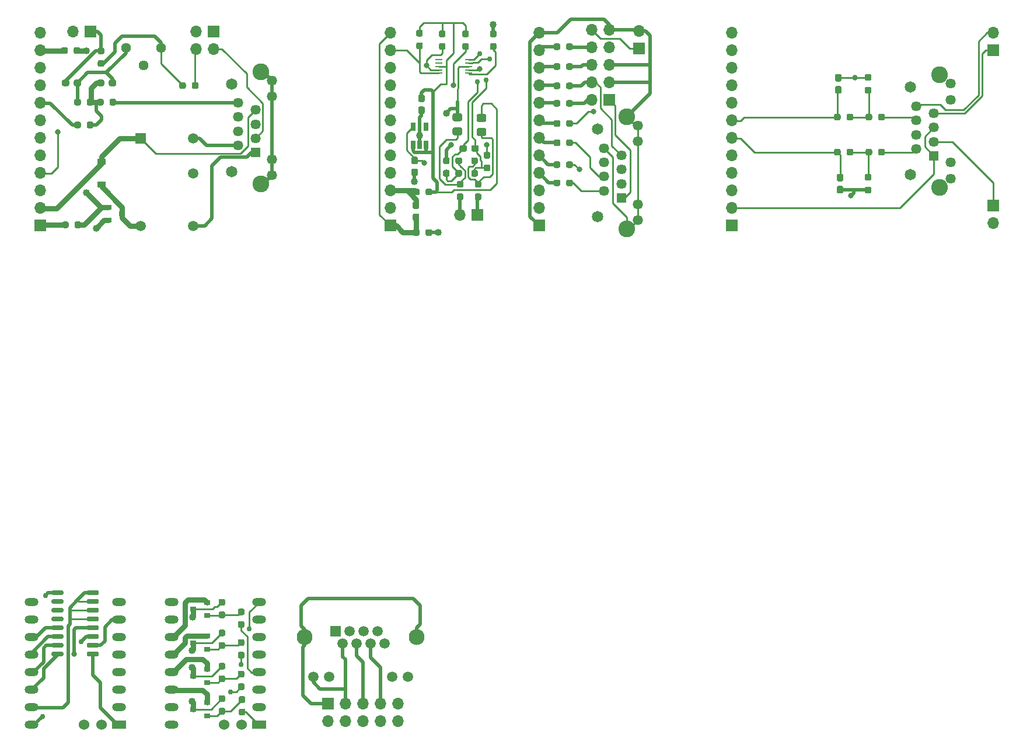
<source format=gtl>
G04 #@! TF.GenerationSoftware,KiCad,Pcbnew,(5.1.9)-1*
G04 #@! TF.CreationDate,2021-03-12T17:13:45-06:00*
G04 #@! TF.ProjectId,Torch Module,546f7263-6820-44d6-9f64-756c652e6b69,rev?*
G04 #@! TF.SameCoordinates,Original*
G04 #@! TF.FileFunction,Copper,L1,Top*
G04 #@! TF.FilePolarity,Positive*
%FSLAX46Y46*%
G04 Gerber Fmt 4.6, Leading zero omitted, Abs format (unit mm)*
G04 Created by KiCad (PCBNEW (5.1.9)-1) date 2021-03-12 17:13:45*
%MOMM*%
%LPD*%
G01*
G04 APERTURE LIST*
G04 #@! TA.AperFunction,ComponentPad*
%ADD10C,1.650000*%
G04 #@! TD*
G04 #@! TA.AperFunction,ComponentPad*
%ADD11C,2.430000*%
G04 #@! TD*
G04 #@! TA.AperFunction,ComponentPad*
%ADD12C,1.462000*%
G04 #@! TD*
G04 #@! TA.AperFunction,ComponentPad*
%ADD13R,1.462000X1.462000*%
G04 #@! TD*
G04 #@! TA.AperFunction,ComponentPad*
%ADD14C,1.524000*%
G04 #@! TD*
G04 #@! TA.AperFunction,ComponentPad*
%ADD15O,2.000000X1.200000*%
G04 #@! TD*
G04 #@! TA.AperFunction,ComponentPad*
%ADD16R,2.000000X1.200000*%
G04 #@! TD*
G04 #@! TA.AperFunction,SMDPad,CuDef*
%ADD17R,1.200000X0.900000*%
G04 #@! TD*
G04 #@! TA.AperFunction,ComponentPad*
%ADD18R,1.700000X1.700000*%
G04 #@! TD*
G04 #@! TA.AperFunction,ComponentPad*
%ADD19O,1.700000X1.700000*%
G04 #@! TD*
G04 #@! TA.AperFunction,ComponentPad*
%ADD20R,1.501140X1.501140*%
G04 #@! TD*
G04 #@! TA.AperFunction,ComponentPad*
%ADD21C,1.501140*%
G04 #@! TD*
G04 #@! TA.AperFunction,SMDPad,CuDef*
%ADD22R,0.900000X0.800000*%
G04 #@! TD*
G04 #@! TA.AperFunction,ComponentPad*
%ADD23C,1.440000*%
G04 #@! TD*
G04 #@! TA.AperFunction,SMDPad,CuDef*
%ADD24R,0.650000X1.220000*%
G04 #@! TD*
G04 #@! TA.AperFunction,SMDPad,CuDef*
%ADD25R,1.100000X0.250000*%
G04 #@! TD*
G04 #@! TA.AperFunction,ComponentPad*
%ADD26R,1.500000X1.500000*%
G04 #@! TD*
G04 #@! TA.AperFunction,ComponentPad*
%ADD27C,1.500000*%
G04 #@! TD*
G04 #@! TA.AperFunction,ComponentPad*
%ADD28C,2.300000*%
G04 #@! TD*
G04 #@! TA.AperFunction,ViaPad*
%ADD29C,0.800000*%
G04 #@! TD*
G04 #@! TA.AperFunction,ViaPad*
%ADD30C,0.762000*%
G04 #@! TD*
G04 #@! TA.AperFunction,ViaPad*
%ADD31C,1.016000*%
G04 #@! TD*
G04 #@! TA.AperFunction,Conductor*
%ADD32C,0.508000*%
G04 #@! TD*
G04 #@! TA.AperFunction,Conductor*
%ADD33C,0.762000*%
G04 #@! TD*
G04 #@! TA.AperFunction,Conductor*
%ADD34C,0.254000*%
G04 #@! TD*
G04 #@! TA.AperFunction,Conductor*
%ADD35C,0.250000*%
G04 #@! TD*
G04 APERTURE END LIST*
D10*
X102742000Y-83572000D03*
X102742000Y-70872000D03*
D11*
X106982000Y-85352000D03*
X106982000Y-69092000D03*
D12*
X108582000Y-70362000D03*
X108582000Y-72652000D03*
X108582000Y-81792000D03*
X108582000Y-84082000D03*
X103632000Y-73652000D03*
X106172000Y-74672000D03*
X103632000Y-75692000D03*
X106172000Y-76712000D03*
X103632000Y-77732000D03*
X106172000Y-78752000D03*
X103632000Y-79772000D03*
D13*
X106172000Y-80792000D03*
X204598000Y-81294000D03*
D12*
X202058000Y-80274000D03*
X204598000Y-79254000D03*
X202058000Y-78234000D03*
X204598000Y-77214000D03*
X202058000Y-76194000D03*
X204598000Y-75174000D03*
X202058000Y-74154000D03*
X207008000Y-84584000D03*
X207008000Y-82294000D03*
X207008000Y-73154000D03*
X207008000Y-70864000D03*
D11*
X205408000Y-69594000D03*
X205408000Y-85854000D03*
D10*
X201168000Y-71374000D03*
X201168000Y-84074000D03*
X155828000Y-90168000D03*
X155828000Y-77468000D03*
D11*
X160068000Y-91948000D03*
X160068000Y-75688000D03*
D12*
X161668000Y-76958000D03*
X161668000Y-79248000D03*
X161668000Y-88388000D03*
X161668000Y-90678000D03*
X156718000Y-80248000D03*
X159258000Y-81268000D03*
X156718000Y-82288000D03*
X159258000Y-83308000D03*
X156718000Y-84328000D03*
X159258000Y-85348000D03*
X156718000Y-86368000D03*
D13*
X159258000Y-87388000D03*
D14*
X104140000Y-163830000D03*
X101600000Y-163830000D03*
D15*
X106680000Y-146050000D03*
X93980000Y-146050000D03*
X106680000Y-148590000D03*
X93980000Y-148590000D03*
X106680000Y-151130000D03*
X93980000Y-151130000D03*
X106680000Y-153670000D03*
X93980000Y-153670000D03*
X106680000Y-156210000D03*
X93980000Y-156210000D03*
X106680000Y-158750000D03*
X93980000Y-158750000D03*
X106680000Y-161290000D03*
X93980000Y-161290000D03*
D16*
X106680000Y-163830000D03*
D15*
X93980000Y-163830000D03*
D14*
X83820000Y-163830000D03*
X81280000Y-163830000D03*
D15*
X86360000Y-146050000D03*
X73660000Y-146050000D03*
X86360000Y-148590000D03*
X73660000Y-148590000D03*
X86360000Y-151130000D03*
X73660000Y-151130000D03*
X86360000Y-153670000D03*
X73660000Y-153670000D03*
X86360000Y-156210000D03*
X73660000Y-156210000D03*
X86360000Y-158750000D03*
X73660000Y-158750000D03*
X86360000Y-161290000D03*
X73660000Y-161290000D03*
D16*
X86360000Y-163830000D03*
D15*
X73660000Y-163830000D03*
G04 #@! TA.AperFunction,SMDPad,CuDef*
G36*
G01*
X85979460Y-73298040D02*
X85979460Y-73773040D01*
G75*
G02*
X85741960Y-74010540I-237500J0D01*
G01*
X85241960Y-74010540D01*
G75*
G02*
X85004460Y-73773040I0J237500D01*
G01*
X85004460Y-73298040D01*
G75*
G02*
X85241960Y-73060540I237500J0D01*
G01*
X85741960Y-73060540D01*
G75*
G02*
X85979460Y-73298040I0J-237500D01*
G01*
G37*
G04 #@! TD.AperFunction*
G04 #@! TA.AperFunction,SMDPad,CuDef*
G36*
G01*
X84154460Y-73298040D02*
X84154460Y-73773040D01*
G75*
G02*
X83916960Y-74010540I-237500J0D01*
G01*
X83416960Y-74010540D01*
G75*
G02*
X83179460Y-73773040I0J237500D01*
G01*
X83179460Y-73298040D01*
G75*
G02*
X83416960Y-73060540I237500J0D01*
G01*
X83916960Y-73060540D01*
G75*
G02*
X84154460Y-73298040I0J-237500D01*
G01*
G37*
G04 #@! TD.AperFunction*
G04 #@! TA.AperFunction,SMDPad,CuDef*
G36*
G01*
X80899460Y-70504040D02*
X80899460Y-70979040D01*
G75*
G02*
X80661960Y-71216540I-237500J0D01*
G01*
X80061960Y-71216540D01*
G75*
G02*
X79824460Y-70979040I0J237500D01*
G01*
X79824460Y-70504040D01*
G75*
G02*
X80061960Y-70266540I237500J0D01*
G01*
X80661960Y-70266540D01*
G75*
G02*
X80899460Y-70504040I0J-237500D01*
G01*
G37*
G04 #@! TD.AperFunction*
G04 #@! TA.AperFunction,SMDPad,CuDef*
G36*
G01*
X79174460Y-70504040D02*
X79174460Y-70979040D01*
G75*
G02*
X78936960Y-71216540I-237500J0D01*
G01*
X78336960Y-71216540D01*
G75*
G02*
X78099460Y-70979040I0J237500D01*
G01*
X78099460Y-70504040D01*
G75*
G02*
X78336960Y-70266540I237500J0D01*
G01*
X78936960Y-70266540D01*
G75*
G02*
X79174460Y-70504040I0J-237500D01*
G01*
G37*
G04 #@! TD.AperFunction*
G04 #@! TA.AperFunction,SMDPad,CuDef*
G36*
G01*
X84254460Y-70504040D02*
X84254460Y-70979040D01*
G75*
G02*
X84016960Y-71216540I-237500J0D01*
G01*
X83416960Y-71216540D01*
G75*
G02*
X83179460Y-70979040I0J237500D01*
G01*
X83179460Y-70504040D01*
G75*
G02*
X83416960Y-70266540I237500J0D01*
G01*
X84016960Y-70266540D01*
G75*
G02*
X84254460Y-70504040I0J-237500D01*
G01*
G37*
G04 #@! TD.AperFunction*
G04 #@! TA.AperFunction,SMDPad,CuDef*
G36*
G01*
X85979460Y-70504040D02*
X85979460Y-70979040D01*
G75*
G02*
X85741960Y-71216540I-237500J0D01*
G01*
X85141960Y-71216540D01*
G75*
G02*
X84904460Y-70979040I0J237500D01*
G01*
X84904460Y-70504040D01*
G75*
G02*
X85141960Y-70266540I237500J0D01*
G01*
X85741960Y-70266540D01*
G75*
G02*
X85979460Y-70504040I0J-237500D01*
G01*
G37*
G04 #@! TD.AperFunction*
D17*
X83817460Y-82172540D03*
X83817460Y-85472540D03*
D18*
X74930000Y-91440000D03*
D19*
X74930000Y-88900000D03*
X74930000Y-86360000D03*
X74930000Y-83820000D03*
X74930000Y-81280000D03*
X74930000Y-78740000D03*
X74930000Y-76200000D03*
X74930000Y-73660000D03*
X74930000Y-71120000D03*
X74930000Y-68580000D03*
X74930000Y-66040000D03*
X74930000Y-63500000D03*
D20*
X89532460Y-78742540D03*
D21*
X97152460Y-78742540D03*
X97152460Y-83822540D03*
X89532460Y-91442540D03*
X97152460Y-91442540D03*
D22*
X84849460Y-88765340D03*
X84849460Y-90665340D03*
X86849460Y-89715340D03*
G04 #@! TA.AperFunction,SMDPad,CuDef*
G36*
G01*
X97920000Y-70882500D02*
X97920000Y-71357500D01*
G75*
G02*
X97682500Y-71595000I-237500J0D01*
G01*
X97182500Y-71595000D01*
G75*
G02*
X96945000Y-71357500I0J237500D01*
G01*
X96945000Y-70882500D01*
G75*
G02*
X97182500Y-70645000I237500J0D01*
G01*
X97682500Y-70645000D01*
G75*
G02*
X97920000Y-70882500I0J-237500D01*
G01*
G37*
G04 #@! TD.AperFunction*
G04 #@! TA.AperFunction,SMDPad,CuDef*
G36*
G01*
X96095000Y-70882500D02*
X96095000Y-71357500D01*
G75*
G02*
X95857500Y-71595000I-237500J0D01*
G01*
X95357500Y-71595000D01*
G75*
G02*
X95120000Y-71357500I0J237500D01*
G01*
X95120000Y-70882500D01*
G75*
G02*
X95357500Y-70645000I237500J0D01*
G01*
X95857500Y-70645000D01*
G75*
G02*
X96095000Y-70882500I0J-237500D01*
G01*
G37*
G04 #@! TD.AperFunction*
G04 #@! TA.AperFunction,SMDPad,CuDef*
G36*
G01*
X83539960Y-65607540D02*
X84014960Y-65607540D01*
G75*
G02*
X84252460Y-65845040I0J-237500D01*
G01*
X84252460Y-66345040D01*
G75*
G02*
X84014960Y-66582540I-237500J0D01*
G01*
X83539960Y-66582540D01*
G75*
G02*
X83302460Y-66345040I0J237500D01*
G01*
X83302460Y-65845040D01*
G75*
G02*
X83539960Y-65607540I237500J0D01*
G01*
G37*
G04 #@! TD.AperFunction*
G04 #@! TA.AperFunction,SMDPad,CuDef*
G36*
G01*
X83539960Y-67432540D02*
X84014960Y-67432540D01*
G75*
G02*
X84252460Y-67670040I0J-237500D01*
G01*
X84252460Y-68170040D01*
G75*
G02*
X84014960Y-68407540I-237500J0D01*
G01*
X83539960Y-68407540D01*
G75*
G02*
X83302460Y-68170040I0J237500D01*
G01*
X83302460Y-67670040D01*
G75*
G02*
X83539960Y-67432540I237500J0D01*
G01*
G37*
G04 #@! TD.AperFunction*
G04 #@! TA.AperFunction,SMDPad,CuDef*
G36*
G01*
X79074460Y-91078040D02*
X79074460Y-91553040D01*
G75*
G02*
X78836960Y-91790540I-237500J0D01*
G01*
X78336960Y-91790540D01*
G75*
G02*
X78099460Y-91553040I0J237500D01*
G01*
X78099460Y-91078040D01*
G75*
G02*
X78336960Y-90840540I237500J0D01*
G01*
X78836960Y-90840540D01*
G75*
G02*
X79074460Y-91078040I0J-237500D01*
G01*
G37*
G04 #@! TD.AperFunction*
G04 #@! TA.AperFunction,SMDPad,CuDef*
G36*
G01*
X80899460Y-91078040D02*
X80899460Y-91553040D01*
G75*
G02*
X80661960Y-91790540I-237500J0D01*
G01*
X80161960Y-91790540D01*
G75*
G02*
X79924460Y-91553040I0J237500D01*
G01*
X79924460Y-91078040D01*
G75*
G02*
X80161960Y-90840540I237500J0D01*
G01*
X80661960Y-90840540D01*
G75*
G02*
X80899460Y-91078040I0J-237500D01*
G01*
G37*
G04 #@! TD.AperFunction*
G04 #@! TA.AperFunction,SMDPad,CuDef*
G36*
G01*
X77972460Y-66280040D02*
X77972460Y-65805040D01*
G75*
G02*
X78209960Y-65567540I237500J0D01*
G01*
X78709960Y-65567540D01*
G75*
G02*
X78947460Y-65805040I0J-237500D01*
G01*
X78947460Y-66280040D01*
G75*
G02*
X78709960Y-66517540I-237500J0D01*
G01*
X78209960Y-66517540D01*
G75*
G02*
X77972460Y-66280040I0J237500D01*
G01*
G37*
G04 #@! TD.AperFunction*
G04 #@! TA.AperFunction,SMDPad,CuDef*
G36*
G01*
X79797460Y-66280040D02*
X79797460Y-65805040D01*
G75*
G02*
X80034960Y-65567540I237500J0D01*
G01*
X80534960Y-65567540D01*
G75*
G02*
X80772460Y-65805040I0J-237500D01*
G01*
X80772460Y-66280040D01*
G75*
G02*
X80534960Y-66517540I-237500J0D01*
G01*
X80034960Y-66517540D01*
G75*
G02*
X79797460Y-66280040I0J237500D01*
G01*
G37*
G04 #@! TD.AperFunction*
G04 #@! TA.AperFunction,SMDPad,CuDef*
G36*
G01*
X83462540Y-153395540D02*
X83462540Y-153695540D01*
G75*
G02*
X83312540Y-153845540I-150000J0D01*
G01*
X81862540Y-153845540D01*
G75*
G02*
X81712540Y-153695540I0J150000D01*
G01*
X81712540Y-153395540D01*
G75*
G02*
X81862540Y-153245540I150000J0D01*
G01*
X83312540Y-153245540D01*
G75*
G02*
X83462540Y-153395540I0J-150000D01*
G01*
G37*
G04 #@! TD.AperFunction*
G04 #@! TA.AperFunction,SMDPad,CuDef*
G36*
G01*
X83462540Y-152125540D02*
X83462540Y-152425540D01*
G75*
G02*
X83312540Y-152575540I-150000J0D01*
G01*
X81862540Y-152575540D01*
G75*
G02*
X81712540Y-152425540I0J150000D01*
G01*
X81712540Y-152125540D01*
G75*
G02*
X81862540Y-151975540I150000J0D01*
G01*
X83312540Y-151975540D01*
G75*
G02*
X83462540Y-152125540I0J-150000D01*
G01*
G37*
G04 #@! TD.AperFunction*
G04 #@! TA.AperFunction,SMDPad,CuDef*
G36*
G01*
X83462540Y-150855540D02*
X83462540Y-151155540D01*
G75*
G02*
X83312540Y-151305540I-150000J0D01*
G01*
X81862540Y-151305540D01*
G75*
G02*
X81712540Y-151155540I0J150000D01*
G01*
X81712540Y-150855540D01*
G75*
G02*
X81862540Y-150705540I150000J0D01*
G01*
X83312540Y-150705540D01*
G75*
G02*
X83462540Y-150855540I0J-150000D01*
G01*
G37*
G04 #@! TD.AperFunction*
G04 #@! TA.AperFunction,SMDPad,CuDef*
G36*
G01*
X83462540Y-149585540D02*
X83462540Y-149885540D01*
G75*
G02*
X83312540Y-150035540I-150000J0D01*
G01*
X81862540Y-150035540D01*
G75*
G02*
X81712540Y-149885540I0J150000D01*
G01*
X81712540Y-149585540D01*
G75*
G02*
X81862540Y-149435540I150000J0D01*
G01*
X83312540Y-149435540D01*
G75*
G02*
X83462540Y-149585540I0J-150000D01*
G01*
G37*
G04 #@! TD.AperFunction*
G04 #@! TA.AperFunction,SMDPad,CuDef*
G36*
G01*
X83462540Y-148315540D02*
X83462540Y-148615540D01*
G75*
G02*
X83312540Y-148765540I-150000J0D01*
G01*
X81862540Y-148765540D01*
G75*
G02*
X81712540Y-148615540I0J150000D01*
G01*
X81712540Y-148315540D01*
G75*
G02*
X81862540Y-148165540I150000J0D01*
G01*
X83312540Y-148165540D01*
G75*
G02*
X83462540Y-148315540I0J-150000D01*
G01*
G37*
G04 #@! TD.AperFunction*
G04 #@! TA.AperFunction,SMDPad,CuDef*
G36*
G01*
X83462540Y-147045540D02*
X83462540Y-147345540D01*
G75*
G02*
X83312540Y-147495540I-150000J0D01*
G01*
X81862540Y-147495540D01*
G75*
G02*
X81712540Y-147345540I0J150000D01*
G01*
X81712540Y-147045540D01*
G75*
G02*
X81862540Y-146895540I150000J0D01*
G01*
X83312540Y-146895540D01*
G75*
G02*
X83462540Y-147045540I0J-150000D01*
G01*
G37*
G04 #@! TD.AperFunction*
G04 #@! TA.AperFunction,SMDPad,CuDef*
G36*
G01*
X83462540Y-145775540D02*
X83462540Y-146075540D01*
G75*
G02*
X83312540Y-146225540I-150000J0D01*
G01*
X81862540Y-146225540D01*
G75*
G02*
X81712540Y-146075540I0J150000D01*
G01*
X81712540Y-145775540D01*
G75*
G02*
X81862540Y-145625540I150000J0D01*
G01*
X83312540Y-145625540D01*
G75*
G02*
X83462540Y-145775540I0J-150000D01*
G01*
G37*
G04 #@! TD.AperFunction*
G04 #@! TA.AperFunction,SMDPad,CuDef*
G36*
G01*
X83462540Y-144505540D02*
X83462540Y-144805540D01*
G75*
G02*
X83312540Y-144955540I-150000J0D01*
G01*
X81862540Y-144955540D01*
G75*
G02*
X81712540Y-144805540I0J150000D01*
G01*
X81712540Y-144505540D01*
G75*
G02*
X81862540Y-144355540I150000J0D01*
G01*
X83312540Y-144355540D01*
G75*
G02*
X83462540Y-144505540I0J-150000D01*
G01*
G37*
G04 #@! TD.AperFunction*
G04 #@! TA.AperFunction,SMDPad,CuDef*
G36*
G01*
X78312540Y-144505540D02*
X78312540Y-144805540D01*
G75*
G02*
X78162540Y-144955540I-150000J0D01*
G01*
X76712540Y-144955540D01*
G75*
G02*
X76562540Y-144805540I0J150000D01*
G01*
X76562540Y-144505540D01*
G75*
G02*
X76712540Y-144355540I150000J0D01*
G01*
X78162540Y-144355540D01*
G75*
G02*
X78312540Y-144505540I0J-150000D01*
G01*
G37*
G04 #@! TD.AperFunction*
G04 #@! TA.AperFunction,SMDPad,CuDef*
G36*
G01*
X78312540Y-145775540D02*
X78312540Y-146075540D01*
G75*
G02*
X78162540Y-146225540I-150000J0D01*
G01*
X76712540Y-146225540D01*
G75*
G02*
X76562540Y-146075540I0J150000D01*
G01*
X76562540Y-145775540D01*
G75*
G02*
X76712540Y-145625540I150000J0D01*
G01*
X78162540Y-145625540D01*
G75*
G02*
X78312540Y-145775540I0J-150000D01*
G01*
G37*
G04 #@! TD.AperFunction*
G04 #@! TA.AperFunction,SMDPad,CuDef*
G36*
G01*
X78312540Y-147045540D02*
X78312540Y-147345540D01*
G75*
G02*
X78162540Y-147495540I-150000J0D01*
G01*
X76712540Y-147495540D01*
G75*
G02*
X76562540Y-147345540I0J150000D01*
G01*
X76562540Y-147045540D01*
G75*
G02*
X76712540Y-146895540I150000J0D01*
G01*
X78162540Y-146895540D01*
G75*
G02*
X78312540Y-147045540I0J-150000D01*
G01*
G37*
G04 #@! TD.AperFunction*
G04 #@! TA.AperFunction,SMDPad,CuDef*
G36*
G01*
X78312540Y-148315540D02*
X78312540Y-148615540D01*
G75*
G02*
X78162540Y-148765540I-150000J0D01*
G01*
X76712540Y-148765540D01*
G75*
G02*
X76562540Y-148615540I0J150000D01*
G01*
X76562540Y-148315540D01*
G75*
G02*
X76712540Y-148165540I150000J0D01*
G01*
X78162540Y-148165540D01*
G75*
G02*
X78312540Y-148315540I0J-150000D01*
G01*
G37*
G04 #@! TD.AperFunction*
G04 #@! TA.AperFunction,SMDPad,CuDef*
G36*
G01*
X78312540Y-149585540D02*
X78312540Y-149885540D01*
G75*
G02*
X78162540Y-150035540I-150000J0D01*
G01*
X76712540Y-150035540D01*
G75*
G02*
X76562540Y-149885540I0J150000D01*
G01*
X76562540Y-149585540D01*
G75*
G02*
X76712540Y-149435540I150000J0D01*
G01*
X78162540Y-149435540D01*
G75*
G02*
X78312540Y-149585540I0J-150000D01*
G01*
G37*
G04 #@! TD.AperFunction*
G04 #@! TA.AperFunction,SMDPad,CuDef*
G36*
G01*
X78312540Y-150855540D02*
X78312540Y-151155540D01*
G75*
G02*
X78162540Y-151305540I-150000J0D01*
G01*
X76712540Y-151305540D01*
G75*
G02*
X76562540Y-151155540I0J150000D01*
G01*
X76562540Y-150855540D01*
G75*
G02*
X76712540Y-150705540I150000J0D01*
G01*
X78162540Y-150705540D01*
G75*
G02*
X78312540Y-150855540I0J-150000D01*
G01*
G37*
G04 #@! TD.AperFunction*
G04 #@! TA.AperFunction,SMDPad,CuDef*
G36*
G01*
X78312540Y-152125540D02*
X78312540Y-152425540D01*
G75*
G02*
X78162540Y-152575540I-150000J0D01*
G01*
X76712540Y-152575540D01*
G75*
G02*
X76562540Y-152425540I0J150000D01*
G01*
X76562540Y-152125540D01*
G75*
G02*
X76712540Y-151975540I150000J0D01*
G01*
X78162540Y-151975540D01*
G75*
G02*
X78312540Y-152125540I0J-150000D01*
G01*
G37*
G04 #@! TD.AperFunction*
G04 #@! TA.AperFunction,SMDPad,CuDef*
G36*
G01*
X78312540Y-153395540D02*
X78312540Y-153695540D01*
G75*
G02*
X78162540Y-153845540I-150000J0D01*
G01*
X76712540Y-153845540D01*
G75*
G02*
X76562540Y-153695540I0J150000D01*
G01*
X76562540Y-153395540D01*
G75*
G02*
X76712540Y-153245540I150000J0D01*
G01*
X78162540Y-153245540D01*
G75*
G02*
X78312540Y-153395540I0J-150000D01*
G01*
G37*
G04 #@! TD.AperFunction*
D18*
X116704980Y-160745300D03*
D19*
X116704980Y-163285300D03*
X119244980Y-160745300D03*
X119244980Y-163285300D03*
X121784980Y-160745300D03*
X121784980Y-163285300D03*
X124324980Y-160745300D03*
X124324980Y-163285300D03*
X126864980Y-160745300D03*
X126864980Y-163285300D03*
G04 #@! TA.AperFunction,SMDPad,CuDef*
G36*
G01*
X190516500Y-69468540D02*
X190991500Y-69468540D01*
G75*
G02*
X191229000Y-69706040I0J-237500D01*
G01*
X191229000Y-70306040D01*
G75*
G02*
X190991500Y-70543540I-237500J0D01*
G01*
X190516500Y-70543540D01*
G75*
G02*
X190279000Y-70306040I0J237500D01*
G01*
X190279000Y-69706040D01*
G75*
G02*
X190516500Y-69468540I237500J0D01*
G01*
G37*
G04 #@! TD.AperFunction*
G04 #@! TA.AperFunction,SMDPad,CuDef*
G36*
G01*
X190516500Y-71193540D02*
X190991500Y-71193540D01*
G75*
G02*
X191229000Y-71431040I0J-237500D01*
G01*
X191229000Y-72031040D01*
G75*
G02*
X190991500Y-72268540I-237500J0D01*
G01*
X190516500Y-72268540D01*
G75*
G02*
X190279000Y-72031040I0J237500D01*
G01*
X190279000Y-71431040D01*
G75*
G02*
X190516500Y-71193540I237500J0D01*
G01*
G37*
G04 #@! TD.AperFunction*
G04 #@! TA.AperFunction,SMDPad,CuDef*
G36*
G01*
X191245500Y-85021540D02*
X190770500Y-85021540D01*
G75*
G02*
X190533000Y-84784040I0J237500D01*
G01*
X190533000Y-84184040D01*
G75*
G02*
X190770500Y-83946540I237500J0D01*
G01*
X191245500Y-83946540D01*
G75*
G02*
X191483000Y-84184040I0J-237500D01*
G01*
X191483000Y-84784040D01*
G75*
G02*
X191245500Y-85021540I-237500J0D01*
G01*
G37*
G04 #@! TD.AperFunction*
G04 #@! TA.AperFunction,SMDPad,CuDef*
G36*
G01*
X191245500Y-86746540D02*
X190770500Y-86746540D01*
G75*
G02*
X190533000Y-86509040I0J237500D01*
G01*
X190533000Y-85909040D01*
G75*
G02*
X190770500Y-85671540I237500J0D01*
G01*
X191245500Y-85671540D01*
G75*
G02*
X191483000Y-85909040I0J-237500D01*
G01*
X191483000Y-86509040D01*
G75*
G02*
X191245500Y-86746540I-237500J0D01*
G01*
G37*
G04 #@! TD.AperFunction*
D18*
X175260000Y-91440000D03*
D19*
X175260000Y-88900000D03*
X175260000Y-86360000D03*
X175260000Y-83820000D03*
X175260000Y-81280000D03*
X175260000Y-78740000D03*
X175260000Y-76200000D03*
X175260000Y-73660000D03*
X175260000Y-71120000D03*
X175260000Y-68580000D03*
X175260000Y-66040000D03*
X175260000Y-63500000D03*
G04 #@! TA.AperFunction,SMDPad,CuDef*
G36*
G01*
X195663000Y-75457040D02*
X195663000Y-75932040D01*
G75*
G02*
X195425500Y-76169540I-237500J0D01*
G01*
X194925500Y-76169540D01*
G75*
G02*
X194688000Y-75932040I0J237500D01*
G01*
X194688000Y-75457040D01*
G75*
G02*
X194925500Y-75219540I237500J0D01*
G01*
X195425500Y-75219540D01*
G75*
G02*
X195663000Y-75457040I0J-237500D01*
G01*
G37*
G04 #@! TD.AperFunction*
G04 #@! TA.AperFunction,SMDPad,CuDef*
G36*
G01*
X197488000Y-75457040D02*
X197488000Y-75932040D01*
G75*
G02*
X197250500Y-76169540I-237500J0D01*
G01*
X196750500Y-76169540D01*
G75*
G02*
X196513000Y-75932040I0J237500D01*
G01*
X196513000Y-75457040D01*
G75*
G02*
X196750500Y-75219540I237500J0D01*
G01*
X197250500Y-75219540D01*
G75*
G02*
X197488000Y-75457040I0J-237500D01*
G01*
G37*
G04 #@! TD.AperFunction*
G04 #@! TA.AperFunction,SMDPad,CuDef*
G36*
G01*
X197488000Y-80537040D02*
X197488000Y-81012040D01*
G75*
G02*
X197250500Y-81249540I-237500J0D01*
G01*
X196750500Y-81249540D01*
G75*
G02*
X196513000Y-81012040I0J237500D01*
G01*
X196513000Y-80537040D01*
G75*
G02*
X196750500Y-80299540I237500J0D01*
G01*
X197250500Y-80299540D01*
G75*
G02*
X197488000Y-80537040I0J-237500D01*
G01*
G37*
G04 #@! TD.AperFunction*
G04 #@! TA.AperFunction,SMDPad,CuDef*
G36*
G01*
X195663000Y-80537040D02*
X195663000Y-81012040D01*
G75*
G02*
X195425500Y-81249540I-237500J0D01*
G01*
X194925500Y-81249540D01*
G75*
G02*
X194688000Y-81012040I0J237500D01*
G01*
X194688000Y-80537040D01*
G75*
G02*
X194925500Y-80299540I237500J0D01*
G01*
X195425500Y-80299540D01*
G75*
G02*
X195663000Y-80537040I0J-237500D01*
G01*
G37*
G04 #@! TD.AperFunction*
G04 #@! TA.AperFunction,SMDPad,CuDef*
G36*
G01*
X195309500Y-72268540D02*
X194834500Y-72268540D01*
G75*
G02*
X194597000Y-72031040I0J237500D01*
G01*
X194597000Y-71531040D01*
G75*
G02*
X194834500Y-71293540I237500J0D01*
G01*
X195309500Y-71293540D01*
G75*
G02*
X195547000Y-71531040I0J-237500D01*
G01*
X195547000Y-72031040D01*
G75*
G02*
X195309500Y-72268540I-237500J0D01*
G01*
G37*
G04 #@! TD.AperFunction*
G04 #@! TA.AperFunction,SMDPad,CuDef*
G36*
G01*
X195309500Y-70443540D02*
X194834500Y-70443540D01*
G75*
G02*
X194597000Y-70206040I0J237500D01*
G01*
X194597000Y-69706040D01*
G75*
G02*
X194834500Y-69468540I237500J0D01*
G01*
X195309500Y-69468540D01*
G75*
G02*
X195547000Y-69706040I0J-237500D01*
G01*
X195547000Y-70206040D01*
G75*
G02*
X195309500Y-70443540I-237500J0D01*
G01*
G37*
G04 #@! TD.AperFunction*
G04 #@! TA.AperFunction,SMDPad,CuDef*
G36*
G01*
X194834500Y-85771540D02*
X195309500Y-85771540D01*
G75*
G02*
X195547000Y-86009040I0J-237500D01*
G01*
X195547000Y-86509040D01*
G75*
G02*
X195309500Y-86746540I-237500J0D01*
G01*
X194834500Y-86746540D01*
G75*
G02*
X194597000Y-86509040I0J237500D01*
G01*
X194597000Y-86009040D01*
G75*
G02*
X194834500Y-85771540I237500J0D01*
G01*
G37*
G04 #@! TD.AperFunction*
G04 #@! TA.AperFunction,SMDPad,CuDef*
G36*
G01*
X194834500Y-83946540D02*
X195309500Y-83946540D01*
G75*
G02*
X195547000Y-84184040I0J-237500D01*
G01*
X195547000Y-84684040D01*
G75*
G02*
X195309500Y-84921540I-237500J0D01*
G01*
X194834500Y-84921540D01*
G75*
G02*
X194597000Y-84684040I0J237500D01*
G01*
X194597000Y-84184040D01*
G75*
G02*
X194834500Y-83946540I237500J0D01*
G01*
G37*
G04 #@! TD.AperFunction*
G04 #@! TA.AperFunction,SMDPad,CuDef*
G36*
G01*
X191941000Y-75932040D02*
X191941000Y-75457040D01*
G75*
G02*
X192178500Y-75219540I237500J0D01*
G01*
X192678500Y-75219540D01*
G75*
G02*
X192916000Y-75457040I0J-237500D01*
G01*
X192916000Y-75932040D01*
G75*
G02*
X192678500Y-76169540I-237500J0D01*
G01*
X192178500Y-76169540D01*
G75*
G02*
X191941000Y-75932040I0J237500D01*
G01*
G37*
G04 #@! TD.AperFunction*
G04 #@! TA.AperFunction,SMDPad,CuDef*
G36*
G01*
X190116000Y-75932040D02*
X190116000Y-75457040D01*
G75*
G02*
X190353500Y-75219540I237500J0D01*
G01*
X190853500Y-75219540D01*
G75*
G02*
X191091000Y-75457040I0J-237500D01*
G01*
X191091000Y-75932040D01*
G75*
G02*
X190853500Y-76169540I-237500J0D01*
G01*
X190353500Y-76169540D01*
G75*
G02*
X190116000Y-75932040I0J237500D01*
G01*
G37*
G04 #@! TD.AperFunction*
G04 #@! TA.AperFunction,SMDPad,CuDef*
G36*
G01*
X190116000Y-81012040D02*
X190116000Y-80537040D01*
G75*
G02*
X190353500Y-80299540I237500J0D01*
G01*
X190853500Y-80299540D01*
G75*
G02*
X191091000Y-80537040I0J-237500D01*
G01*
X191091000Y-81012040D01*
G75*
G02*
X190853500Y-81249540I-237500J0D01*
G01*
X190353500Y-81249540D01*
G75*
G02*
X190116000Y-81012040I0J237500D01*
G01*
G37*
G04 #@! TD.AperFunction*
G04 #@! TA.AperFunction,SMDPad,CuDef*
G36*
G01*
X191941000Y-81012040D02*
X191941000Y-80537040D01*
G75*
G02*
X192178500Y-80299540I237500J0D01*
G01*
X192678500Y-80299540D01*
G75*
G02*
X192916000Y-80537040I0J-237500D01*
G01*
X192916000Y-81012040D01*
G75*
G02*
X192678500Y-81249540I-237500J0D01*
G01*
X192178500Y-81249540D01*
G75*
G02*
X191941000Y-81012040I0J237500D01*
G01*
G37*
G04 #@! TD.AperFunction*
D18*
X147320000Y-91440000D03*
D19*
X147320000Y-88900000D03*
X147320000Y-86360000D03*
X147320000Y-83820000D03*
X147320000Y-81280000D03*
X147320000Y-78740000D03*
X147320000Y-76200000D03*
X147320000Y-73660000D03*
X147320000Y-71120000D03*
X147320000Y-68580000D03*
X147320000Y-66040000D03*
X147320000Y-63500000D03*
G04 #@! TA.AperFunction,SMDPad,CuDef*
G36*
G01*
X82677460Y-73298040D02*
X82677460Y-73773040D01*
G75*
G02*
X82439960Y-74010540I-237500J0D01*
G01*
X81939960Y-74010540D01*
G75*
G02*
X81702460Y-73773040I0J237500D01*
G01*
X81702460Y-73298040D01*
G75*
G02*
X81939960Y-73060540I237500J0D01*
G01*
X82439960Y-73060540D01*
G75*
G02*
X82677460Y-73298040I0J-237500D01*
G01*
G37*
G04 #@! TD.AperFunction*
G04 #@! TA.AperFunction,SMDPad,CuDef*
G36*
G01*
X80852460Y-73298040D02*
X80852460Y-73773040D01*
G75*
G02*
X80614960Y-74010540I-237500J0D01*
G01*
X80114960Y-74010540D01*
G75*
G02*
X79877460Y-73773040I0J237500D01*
G01*
X79877460Y-73298040D01*
G75*
G02*
X80114960Y-73060540I237500J0D01*
G01*
X80614960Y-73060540D01*
G75*
G02*
X80852460Y-73298040I0J-237500D01*
G01*
G37*
G04 #@! TD.AperFunction*
G04 #@! TA.AperFunction,SMDPad,CuDef*
G36*
G01*
X80852460Y-76600040D02*
X80852460Y-77075040D01*
G75*
G02*
X80614960Y-77312540I-237500J0D01*
G01*
X80114960Y-77312540D01*
G75*
G02*
X79877460Y-77075040I0J237500D01*
G01*
X79877460Y-76600040D01*
G75*
G02*
X80114960Y-76362540I237500J0D01*
G01*
X80614960Y-76362540D01*
G75*
G02*
X80852460Y-76600040I0J-237500D01*
G01*
G37*
G04 #@! TD.AperFunction*
G04 #@! TA.AperFunction,SMDPad,CuDef*
G36*
G01*
X82677460Y-76600040D02*
X82677460Y-77075040D01*
G75*
G02*
X82439960Y-77312540I-237500J0D01*
G01*
X81939960Y-77312540D01*
G75*
G02*
X81702460Y-77075040I0J237500D01*
G01*
X81702460Y-76600040D01*
G75*
G02*
X81939960Y-76362540I237500J0D01*
G01*
X82439960Y-76362540D01*
G75*
G02*
X82677460Y-76600040I0J-237500D01*
G01*
G37*
G04 #@! TD.AperFunction*
D23*
X92453460Y-65661540D03*
X89913460Y-68201540D03*
X87373460Y-65661540D03*
D18*
X157480000Y-73190100D03*
D19*
X154940000Y-73190100D03*
X157480000Y-70650100D03*
X154940000Y-70650100D03*
X157480000Y-68110100D03*
X154940000Y-68110100D03*
X157480000Y-65570100D03*
X154940000Y-65570100D03*
X157480000Y-63030100D03*
X154940000Y-63030100D03*
D22*
X97143060Y-161559240D03*
X99143060Y-160609240D03*
X99143060Y-162509240D03*
X97143060Y-151907240D03*
X99143060Y-150957240D03*
X99143060Y-152857240D03*
X99143060Y-157683240D03*
X99143060Y-155783240D03*
X97143060Y-156733240D03*
X99159060Y-147970240D03*
X99159060Y-146070240D03*
X97159060Y-147020240D03*
G04 #@! TA.AperFunction,SMDPad,CuDef*
G36*
G01*
X104476560Y-162451240D02*
X104001560Y-162451240D01*
G75*
G02*
X103764060Y-162213740I0J237500D01*
G01*
X103764060Y-161713740D01*
G75*
G02*
X104001560Y-161476240I237500J0D01*
G01*
X104476560Y-161476240D01*
G75*
G02*
X104714060Y-161713740I0J-237500D01*
G01*
X104714060Y-162213740D01*
G75*
G02*
X104476560Y-162451240I-237500J0D01*
G01*
G37*
G04 #@! TD.AperFunction*
G04 #@! TA.AperFunction,SMDPad,CuDef*
G36*
G01*
X104476560Y-160626240D02*
X104001560Y-160626240D01*
G75*
G02*
X103764060Y-160388740I0J237500D01*
G01*
X103764060Y-159888740D01*
G75*
G02*
X104001560Y-159651240I237500J0D01*
G01*
X104476560Y-159651240D01*
G75*
G02*
X104714060Y-159888740I0J-237500D01*
G01*
X104714060Y-160388740D01*
G75*
G02*
X104476560Y-160626240I-237500J0D01*
G01*
G37*
G04 #@! TD.AperFunction*
G04 #@! TA.AperFunction,SMDPad,CuDef*
G36*
G01*
X101555560Y-160499240D02*
X101080560Y-160499240D01*
G75*
G02*
X100843060Y-160261740I0J237500D01*
G01*
X100843060Y-159761740D01*
G75*
G02*
X101080560Y-159524240I237500J0D01*
G01*
X101555560Y-159524240D01*
G75*
G02*
X101793060Y-159761740I0J-237500D01*
G01*
X101793060Y-160261740D01*
G75*
G02*
X101555560Y-160499240I-237500J0D01*
G01*
G37*
G04 #@! TD.AperFunction*
G04 #@! TA.AperFunction,SMDPad,CuDef*
G36*
G01*
X101555560Y-162324240D02*
X101080560Y-162324240D01*
G75*
G02*
X100843060Y-162086740I0J237500D01*
G01*
X100843060Y-161586740D01*
G75*
G02*
X101080560Y-161349240I237500J0D01*
G01*
X101555560Y-161349240D01*
G75*
G02*
X101793060Y-161586740I0J-237500D01*
G01*
X101793060Y-162086740D01*
G75*
G02*
X101555560Y-162324240I-237500J0D01*
G01*
G37*
G04 #@! TD.AperFunction*
G04 #@! TA.AperFunction,SMDPad,CuDef*
G36*
G01*
X104349560Y-154196240D02*
X103874560Y-154196240D01*
G75*
G02*
X103637060Y-153958740I0J237500D01*
G01*
X103637060Y-153458740D01*
G75*
G02*
X103874560Y-153221240I237500J0D01*
G01*
X104349560Y-153221240D01*
G75*
G02*
X104587060Y-153458740I0J-237500D01*
G01*
X104587060Y-153958740D01*
G75*
G02*
X104349560Y-154196240I-237500J0D01*
G01*
G37*
G04 #@! TD.AperFunction*
G04 #@! TA.AperFunction,SMDPad,CuDef*
G36*
G01*
X104349560Y-152371240D02*
X103874560Y-152371240D01*
G75*
G02*
X103637060Y-152133740I0J237500D01*
G01*
X103637060Y-151633740D01*
G75*
G02*
X103874560Y-151396240I237500J0D01*
G01*
X104349560Y-151396240D01*
G75*
G02*
X104587060Y-151633740I0J-237500D01*
G01*
X104587060Y-152133740D01*
G75*
G02*
X104349560Y-152371240I-237500J0D01*
G01*
G37*
G04 #@! TD.AperFunction*
G04 #@! TA.AperFunction,SMDPad,CuDef*
G36*
G01*
X101555560Y-150974240D02*
X101080560Y-150974240D01*
G75*
G02*
X100843060Y-150736740I0J237500D01*
G01*
X100843060Y-150236740D01*
G75*
G02*
X101080560Y-149999240I237500J0D01*
G01*
X101555560Y-149999240D01*
G75*
G02*
X101793060Y-150236740I0J-237500D01*
G01*
X101793060Y-150736740D01*
G75*
G02*
X101555560Y-150974240I-237500J0D01*
G01*
G37*
G04 #@! TD.AperFunction*
G04 #@! TA.AperFunction,SMDPad,CuDef*
G36*
G01*
X101555560Y-152799240D02*
X101080560Y-152799240D01*
G75*
G02*
X100843060Y-152561740I0J237500D01*
G01*
X100843060Y-152061740D01*
G75*
G02*
X101080560Y-151824240I237500J0D01*
G01*
X101555560Y-151824240D01*
G75*
G02*
X101793060Y-152061740I0J-237500D01*
G01*
X101793060Y-152561740D01*
G75*
G02*
X101555560Y-152799240I-237500J0D01*
G01*
G37*
G04 #@! TD.AperFunction*
G04 #@! TA.AperFunction,SMDPad,CuDef*
G36*
G01*
X104349560Y-158768240D02*
X103874560Y-158768240D01*
G75*
G02*
X103637060Y-158530740I0J237500D01*
G01*
X103637060Y-158030740D01*
G75*
G02*
X103874560Y-157793240I237500J0D01*
G01*
X104349560Y-157793240D01*
G75*
G02*
X104587060Y-158030740I0J-237500D01*
G01*
X104587060Y-158530740D01*
G75*
G02*
X104349560Y-158768240I-237500J0D01*
G01*
G37*
G04 #@! TD.AperFunction*
G04 #@! TA.AperFunction,SMDPad,CuDef*
G36*
G01*
X104349560Y-156943240D02*
X103874560Y-156943240D01*
G75*
G02*
X103637060Y-156705740I0J237500D01*
G01*
X103637060Y-156205740D01*
G75*
G02*
X103874560Y-155968240I237500J0D01*
G01*
X104349560Y-155968240D01*
G75*
G02*
X104587060Y-156205740I0J-237500D01*
G01*
X104587060Y-156705740D01*
G75*
G02*
X104349560Y-156943240I-237500J0D01*
G01*
G37*
G04 #@! TD.AperFunction*
G04 #@! TA.AperFunction,SMDPad,CuDef*
G36*
G01*
X101555560Y-155800240D02*
X101080560Y-155800240D01*
G75*
G02*
X100843060Y-155562740I0J237500D01*
G01*
X100843060Y-155062740D01*
G75*
G02*
X101080560Y-154825240I237500J0D01*
G01*
X101555560Y-154825240D01*
G75*
G02*
X101793060Y-155062740I0J-237500D01*
G01*
X101793060Y-155562740D01*
G75*
G02*
X101555560Y-155800240I-237500J0D01*
G01*
G37*
G04 #@! TD.AperFunction*
G04 #@! TA.AperFunction,SMDPad,CuDef*
G36*
G01*
X101555560Y-157625240D02*
X101080560Y-157625240D01*
G75*
G02*
X100843060Y-157387740I0J237500D01*
G01*
X100843060Y-156887740D01*
G75*
G02*
X101080560Y-156650240I237500J0D01*
G01*
X101555560Y-156650240D01*
G75*
G02*
X101793060Y-156887740I0J-237500D01*
G01*
X101793060Y-157387740D01*
G75*
G02*
X101555560Y-157625240I-237500J0D01*
G01*
G37*
G04 #@! TD.AperFunction*
G04 #@! TA.AperFunction,SMDPad,CuDef*
G36*
G01*
X104349560Y-149751240D02*
X103874560Y-149751240D01*
G75*
G02*
X103637060Y-149513740I0J237500D01*
G01*
X103637060Y-149013740D01*
G75*
G02*
X103874560Y-148776240I237500J0D01*
G01*
X104349560Y-148776240D01*
G75*
G02*
X104587060Y-149013740I0J-237500D01*
G01*
X104587060Y-149513740D01*
G75*
G02*
X104349560Y-149751240I-237500J0D01*
G01*
G37*
G04 #@! TD.AperFunction*
G04 #@! TA.AperFunction,SMDPad,CuDef*
G36*
G01*
X104349560Y-147926240D02*
X103874560Y-147926240D01*
G75*
G02*
X103637060Y-147688740I0J237500D01*
G01*
X103637060Y-147188740D01*
G75*
G02*
X103874560Y-146951240I237500J0D01*
G01*
X104349560Y-146951240D01*
G75*
G02*
X104587060Y-147188740I0J-237500D01*
G01*
X104587060Y-147688740D01*
G75*
G02*
X104349560Y-147926240I-237500J0D01*
G01*
G37*
G04 #@! TD.AperFunction*
G04 #@! TA.AperFunction,SMDPad,CuDef*
G36*
G01*
X101555560Y-146529240D02*
X101080560Y-146529240D01*
G75*
G02*
X100843060Y-146291740I0J237500D01*
G01*
X100843060Y-145791740D01*
G75*
G02*
X101080560Y-145554240I237500J0D01*
G01*
X101555560Y-145554240D01*
G75*
G02*
X101793060Y-145791740I0J-237500D01*
G01*
X101793060Y-146291740D01*
G75*
G02*
X101555560Y-146529240I-237500J0D01*
G01*
G37*
G04 #@! TD.AperFunction*
G04 #@! TA.AperFunction,SMDPad,CuDef*
G36*
G01*
X101555560Y-148354240D02*
X101080560Y-148354240D01*
G75*
G02*
X100843060Y-148116740I0J237500D01*
G01*
X100843060Y-147616740D01*
G75*
G02*
X101080560Y-147379240I237500J0D01*
G01*
X101555560Y-147379240D01*
G75*
G02*
X101793060Y-147616740I0J-237500D01*
G01*
X101793060Y-148116740D01*
G75*
G02*
X101555560Y-148354240I-237500J0D01*
G01*
G37*
G04 #@! TD.AperFunction*
G04 #@! TA.AperFunction,SMDPad,CuDef*
G36*
G01*
X149439000Y-85470600D02*
X149439000Y-84995600D01*
G75*
G02*
X149676500Y-84758100I237500J0D01*
G01*
X150176500Y-84758100D01*
G75*
G02*
X150414000Y-84995600I0J-237500D01*
G01*
X150414000Y-85470600D01*
G75*
G02*
X150176500Y-85708100I-237500J0D01*
G01*
X149676500Y-85708100D01*
G75*
G02*
X149439000Y-85470600I0J237500D01*
G01*
G37*
G04 #@! TD.AperFunction*
G04 #@! TA.AperFunction,SMDPad,CuDef*
G36*
G01*
X151264000Y-85470600D02*
X151264000Y-84995600D01*
G75*
G02*
X151501500Y-84758100I237500J0D01*
G01*
X152001500Y-84758100D01*
G75*
G02*
X152239000Y-84995600I0J-237500D01*
G01*
X152239000Y-85470600D01*
G75*
G02*
X152001500Y-85708100I-237500J0D01*
G01*
X151501500Y-85708100D01*
G75*
G02*
X151264000Y-85470600I0J237500D01*
G01*
G37*
G04 #@! TD.AperFunction*
G04 #@! TA.AperFunction,SMDPad,CuDef*
G36*
G01*
X151264000Y-82825600D02*
X151264000Y-82350600D01*
G75*
G02*
X151501500Y-82113100I237500J0D01*
G01*
X152001500Y-82113100D01*
G75*
G02*
X152239000Y-82350600I0J-237500D01*
G01*
X152239000Y-82825600D01*
G75*
G02*
X152001500Y-83063100I-237500J0D01*
G01*
X151501500Y-83063100D01*
G75*
G02*
X151264000Y-82825600I0J237500D01*
G01*
G37*
G04 #@! TD.AperFunction*
G04 #@! TA.AperFunction,SMDPad,CuDef*
G36*
G01*
X149439000Y-82825600D02*
X149439000Y-82350600D01*
G75*
G02*
X149676500Y-82113100I237500J0D01*
G01*
X150176500Y-82113100D01*
G75*
G02*
X150414000Y-82350600I0J-237500D01*
G01*
X150414000Y-82825600D01*
G75*
G02*
X150176500Y-83063100I-237500J0D01*
G01*
X149676500Y-83063100D01*
G75*
G02*
X149439000Y-82825600I0J237500D01*
G01*
G37*
G04 #@! TD.AperFunction*
G04 #@! TA.AperFunction,SMDPad,CuDef*
G36*
G01*
X149439000Y-79650600D02*
X149439000Y-79175600D01*
G75*
G02*
X149676500Y-78938100I237500J0D01*
G01*
X150176500Y-78938100D01*
G75*
G02*
X150414000Y-79175600I0J-237500D01*
G01*
X150414000Y-79650600D01*
G75*
G02*
X150176500Y-79888100I-237500J0D01*
G01*
X149676500Y-79888100D01*
G75*
G02*
X149439000Y-79650600I0J237500D01*
G01*
G37*
G04 #@! TD.AperFunction*
G04 #@! TA.AperFunction,SMDPad,CuDef*
G36*
G01*
X151264000Y-79650600D02*
X151264000Y-79175600D01*
G75*
G02*
X151501500Y-78938100I237500J0D01*
G01*
X152001500Y-78938100D01*
G75*
G02*
X152239000Y-79175600I0J-237500D01*
G01*
X152239000Y-79650600D01*
G75*
G02*
X152001500Y-79888100I-237500J0D01*
G01*
X151501500Y-79888100D01*
G75*
G02*
X151264000Y-79650600I0J237500D01*
G01*
G37*
G04 #@! TD.AperFunction*
G04 #@! TA.AperFunction,SMDPad,CuDef*
G36*
G01*
X151264000Y-76856600D02*
X151264000Y-76381600D01*
G75*
G02*
X151501500Y-76144100I237500J0D01*
G01*
X152001500Y-76144100D01*
G75*
G02*
X152239000Y-76381600I0J-237500D01*
G01*
X152239000Y-76856600D01*
G75*
G02*
X152001500Y-77094100I-237500J0D01*
G01*
X151501500Y-77094100D01*
G75*
G02*
X151264000Y-76856600I0J237500D01*
G01*
G37*
G04 #@! TD.AperFunction*
G04 #@! TA.AperFunction,SMDPad,CuDef*
G36*
G01*
X149439000Y-76856600D02*
X149439000Y-76381600D01*
G75*
G02*
X149676500Y-76144100I237500J0D01*
G01*
X150176500Y-76144100D01*
G75*
G02*
X150414000Y-76381600I0J-237500D01*
G01*
X150414000Y-76856600D01*
G75*
G02*
X150176500Y-77094100I-237500J0D01*
G01*
X149676500Y-77094100D01*
G75*
G02*
X149439000Y-76856600I0J237500D01*
G01*
G37*
G04 #@! TD.AperFunction*
G04 #@! TA.AperFunction,SMDPad,CuDef*
G36*
G01*
X149439000Y-73935600D02*
X149439000Y-73460600D01*
G75*
G02*
X149676500Y-73223100I237500J0D01*
G01*
X150176500Y-73223100D01*
G75*
G02*
X150414000Y-73460600I0J-237500D01*
G01*
X150414000Y-73935600D01*
G75*
G02*
X150176500Y-74173100I-237500J0D01*
G01*
X149676500Y-74173100D01*
G75*
G02*
X149439000Y-73935600I0J237500D01*
G01*
G37*
G04 #@! TD.AperFunction*
G04 #@! TA.AperFunction,SMDPad,CuDef*
G36*
G01*
X151264000Y-73935600D02*
X151264000Y-73460600D01*
G75*
G02*
X151501500Y-73223100I237500J0D01*
G01*
X152001500Y-73223100D01*
G75*
G02*
X152239000Y-73460600I0J-237500D01*
G01*
X152239000Y-73935600D01*
G75*
G02*
X152001500Y-74173100I-237500J0D01*
G01*
X151501500Y-74173100D01*
G75*
G02*
X151264000Y-73935600I0J237500D01*
G01*
G37*
G04 #@! TD.AperFunction*
G04 #@! TA.AperFunction,SMDPad,CuDef*
G36*
G01*
X151264000Y-71395600D02*
X151264000Y-70920600D01*
G75*
G02*
X151501500Y-70683100I237500J0D01*
G01*
X152001500Y-70683100D01*
G75*
G02*
X152239000Y-70920600I0J-237500D01*
G01*
X152239000Y-71395600D01*
G75*
G02*
X152001500Y-71633100I-237500J0D01*
G01*
X151501500Y-71633100D01*
G75*
G02*
X151264000Y-71395600I0J237500D01*
G01*
G37*
G04 #@! TD.AperFunction*
G04 #@! TA.AperFunction,SMDPad,CuDef*
G36*
G01*
X149439000Y-71395600D02*
X149439000Y-70920600D01*
G75*
G02*
X149676500Y-70683100I237500J0D01*
G01*
X150176500Y-70683100D01*
G75*
G02*
X150414000Y-70920600I0J-237500D01*
G01*
X150414000Y-71395600D01*
G75*
G02*
X150176500Y-71633100I-237500J0D01*
G01*
X149676500Y-71633100D01*
G75*
G02*
X149439000Y-71395600I0J237500D01*
G01*
G37*
G04 #@! TD.AperFunction*
G04 #@! TA.AperFunction,SMDPad,CuDef*
G36*
G01*
X149439000Y-68601600D02*
X149439000Y-68126600D01*
G75*
G02*
X149676500Y-67889100I237500J0D01*
G01*
X150176500Y-67889100D01*
G75*
G02*
X150414000Y-68126600I0J-237500D01*
G01*
X150414000Y-68601600D01*
G75*
G02*
X150176500Y-68839100I-237500J0D01*
G01*
X149676500Y-68839100D01*
G75*
G02*
X149439000Y-68601600I0J237500D01*
G01*
G37*
G04 #@! TD.AperFunction*
G04 #@! TA.AperFunction,SMDPad,CuDef*
G36*
G01*
X151264000Y-68601600D02*
X151264000Y-68126600D01*
G75*
G02*
X151501500Y-67889100I237500J0D01*
G01*
X152001500Y-67889100D01*
G75*
G02*
X152239000Y-68126600I0J-237500D01*
G01*
X152239000Y-68601600D01*
G75*
G02*
X152001500Y-68839100I-237500J0D01*
G01*
X151501500Y-68839100D01*
G75*
G02*
X151264000Y-68601600I0J237500D01*
G01*
G37*
G04 #@! TD.AperFunction*
G04 #@! TA.AperFunction,SMDPad,CuDef*
G36*
G01*
X151264000Y-65720600D02*
X151264000Y-65245600D01*
G75*
G02*
X151501500Y-65008100I237500J0D01*
G01*
X152001500Y-65008100D01*
G75*
G02*
X152239000Y-65245600I0J-237500D01*
G01*
X152239000Y-65720600D01*
G75*
G02*
X152001500Y-65958100I-237500J0D01*
G01*
X151501500Y-65958100D01*
G75*
G02*
X151264000Y-65720600I0J237500D01*
G01*
G37*
G04 #@! TD.AperFunction*
G04 #@! TA.AperFunction,SMDPad,CuDef*
G36*
G01*
X149439000Y-65720600D02*
X149439000Y-65245600D01*
G75*
G02*
X149676500Y-65008100I237500J0D01*
G01*
X150176500Y-65008100D01*
G75*
G02*
X150414000Y-65245600I0J-237500D01*
G01*
X150414000Y-65720600D01*
G75*
G02*
X150176500Y-65958100I-237500J0D01*
G01*
X149676500Y-65958100D01*
G75*
G02*
X149439000Y-65720600I0J237500D01*
G01*
G37*
G04 #@! TD.AperFunction*
G04 #@! TA.AperFunction,SMDPad,CuDef*
G36*
G01*
X138578620Y-80003320D02*
X138578620Y-80478320D01*
G75*
G02*
X138341120Y-80715820I-237500J0D01*
G01*
X137741120Y-80715820D01*
G75*
G02*
X137503620Y-80478320I0J237500D01*
G01*
X137503620Y-80003320D01*
G75*
G02*
X137741120Y-79765820I237500J0D01*
G01*
X138341120Y-79765820D01*
G75*
G02*
X138578620Y-80003320I0J-237500D01*
G01*
G37*
G04 #@! TD.AperFunction*
G04 #@! TA.AperFunction,SMDPad,CuDef*
G36*
G01*
X136853620Y-80003320D02*
X136853620Y-80478320D01*
G75*
G02*
X136616120Y-80715820I-237500J0D01*
G01*
X136016120Y-80715820D01*
G75*
G02*
X135778620Y-80478320I0J237500D01*
G01*
X135778620Y-80003320D01*
G75*
G02*
X136016120Y-79765820I237500J0D01*
G01*
X136616120Y-79765820D01*
G75*
G02*
X136853620Y-80003320I0J-237500D01*
G01*
G37*
G04 #@! TD.AperFunction*
G04 #@! TA.AperFunction,SMDPad,CuDef*
G36*
G01*
X129041120Y-83165820D02*
X129516120Y-83165820D01*
G75*
G02*
X129753620Y-83403320I0J-237500D01*
G01*
X129753620Y-84003320D01*
G75*
G02*
X129516120Y-84240820I-237500J0D01*
G01*
X129041120Y-84240820D01*
G75*
G02*
X128803620Y-84003320I0J237500D01*
G01*
X128803620Y-83403320D01*
G75*
G02*
X129041120Y-83165820I237500J0D01*
G01*
G37*
G04 #@! TD.AperFunction*
G04 #@! TA.AperFunction,SMDPad,CuDef*
G36*
G01*
X129041120Y-81440820D02*
X129516120Y-81440820D01*
G75*
G02*
X129753620Y-81678320I0J-237500D01*
G01*
X129753620Y-82278320D01*
G75*
G02*
X129516120Y-82515820I-237500J0D01*
G01*
X129041120Y-82515820D01*
G75*
G02*
X128803620Y-82278320I0J237500D01*
G01*
X128803620Y-81678320D01*
G75*
G02*
X129041120Y-81440820I237500J0D01*
G01*
G37*
G04 #@! TD.AperFunction*
G04 #@! TA.AperFunction,SMDPad,CuDef*
G36*
G01*
X130041120Y-74165820D02*
X130516120Y-74165820D01*
G75*
G02*
X130753620Y-74403320I0J-237500D01*
G01*
X130753620Y-75003320D01*
G75*
G02*
X130516120Y-75240820I-237500J0D01*
G01*
X130041120Y-75240820D01*
G75*
G02*
X129803620Y-75003320I0J237500D01*
G01*
X129803620Y-74403320D01*
G75*
G02*
X130041120Y-74165820I237500J0D01*
G01*
G37*
G04 #@! TD.AperFunction*
G04 #@! TA.AperFunction,SMDPad,CuDef*
G36*
G01*
X130041120Y-72440820D02*
X130516120Y-72440820D01*
G75*
G02*
X130753620Y-72678320I0J-237500D01*
G01*
X130753620Y-73278320D01*
G75*
G02*
X130516120Y-73515820I-237500J0D01*
G01*
X130041120Y-73515820D01*
G75*
G02*
X129803620Y-73278320I0J237500D01*
G01*
X129803620Y-72678320D01*
G75*
G02*
X130041120Y-72440820I237500J0D01*
G01*
G37*
G04 #@! TD.AperFunction*
G04 #@! TA.AperFunction,SMDPad,CuDef*
G36*
G01*
X129241120Y-87940820D02*
X129716120Y-87940820D01*
G75*
G02*
X129953620Y-88178320I0J-237500D01*
G01*
X129953620Y-88778320D01*
G75*
G02*
X129716120Y-89015820I-237500J0D01*
G01*
X129241120Y-89015820D01*
G75*
G02*
X129003620Y-88778320I0J237500D01*
G01*
X129003620Y-88178320D01*
G75*
G02*
X129241120Y-87940820I237500J0D01*
G01*
G37*
G04 #@! TD.AperFunction*
G04 #@! TA.AperFunction,SMDPad,CuDef*
G36*
G01*
X129241120Y-89665820D02*
X129716120Y-89665820D01*
G75*
G02*
X129953620Y-89903320I0J-237500D01*
G01*
X129953620Y-90503320D01*
G75*
G02*
X129716120Y-90740820I-237500J0D01*
G01*
X129241120Y-90740820D01*
G75*
G02*
X129003620Y-90503320I0J237500D01*
G01*
X129003620Y-89903320D01*
G75*
G02*
X129241120Y-89665820I237500J0D01*
G01*
G37*
G04 #@! TD.AperFunction*
G04 #@! TA.AperFunction,SMDPad,CuDef*
G36*
G01*
X135928621Y-78340820D02*
X135028619Y-78340820D01*
G75*
G02*
X134778620Y-78090821I0J249999D01*
G01*
X134778620Y-77440819D01*
G75*
G02*
X135028619Y-77190820I249999J0D01*
G01*
X135928621Y-77190820D01*
G75*
G02*
X136178620Y-77440819I0J-249999D01*
G01*
X136178620Y-78090821D01*
G75*
G02*
X135928621Y-78340820I-249999J0D01*
G01*
G37*
G04 #@! TD.AperFunction*
G04 #@! TA.AperFunction,SMDPad,CuDef*
G36*
G01*
X135928621Y-76290820D02*
X135028619Y-76290820D01*
G75*
G02*
X134778620Y-76040821I0J249999D01*
G01*
X134778620Y-75390819D01*
G75*
G02*
X135028619Y-75140820I249999J0D01*
G01*
X135928621Y-75140820D01*
G75*
G02*
X136178620Y-75390819I0J-249999D01*
G01*
X136178620Y-76040821D01*
G75*
G02*
X135928621Y-76290820I-249999J0D01*
G01*
G37*
G04 #@! TD.AperFunction*
G04 #@! TA.AperFunction,SMDPad,CuDef*
G36*
G01*
X138528619Y-77290820D02*
X139428621Y-77290820D01*
G75*
G02*
X139678620Y-77540819I0J-249999D01*
G01*
X139678620Y-78190821D01*
G75*
G02*
X139428621Y-78440820I-249999J0D01*
G01*
X138528619Y-78440820D01*
G75*
G02*
X138278620Y-78190821I0J249999D01*
G01*
X138278620Y-77540819D01*
G75*
G02*
X138528619Y-77290820I249999J0D01*
G01*
G37*
G04 #@! TD.AperFunction*
G04 #@! TA.AperFunction,SMDPad,CuDef*
G36*
G01*
X138528619Y-75240820D02*
X139428621Y-75240820D01*
G75*
G02*
X139678620Y-75490819I0J-249999D01*
G01*
X139678620Y-76140821D01*
G75*
G02*
X139428621Y-76390820I-249999J0D01*
G01*
X138528619Y-76390820D01*
G75*
G02*
X138278620Y-76140821I0J249999D01*
G01*
X138278620Y-75490819D01*
G75*
G02*
X138528619Y-75240820I249999J0D01*
G01*
G37*
G04 #@! TD.AperFunction*
G04 #@! TA.AperFunction,SMDPad,CuDef*
G36*
G01*
X130853620Y-92678320D02*
X130853620Y-92203320D01*
G75*
G02*
X131091120Y-91965820I237500J0D01*
G01*
X131591120Y-91965820D01*
G75*
G02*
X131828620Y-92203320I0J-237500D01*
G01*
X131828620Y-92678320D01*
G75*
G02*
X131591120Y-92915820I-237500J0D01*
G01*
X131091120Y-92915820D01*
G75*
G02*
X130853620Y-92678320I0J237500D01*
G01*
G37*
G04 #@! TD.AperFunction*
G04 #@! TA.AperFunction,SMDPad,CuDef*
G36*
G01*
X129028620Y-92678320D02*
X129028620Y-92203320D01*
G75*
G02*
X129266120Y-91965820I237500J0D01*
G01*
X129766120Y-91965820D01*
G75*
G02*
X130003620Y-92203320I0J-237500D01*
G01*
X130003620Y-92678320D01*
G75*
G02*
X129766120Y-92915820I-237500J0D01*
G01*
X129266120Y-92915820D01*
G75*
G02*
X129028620Y-92678320I0J237500D01*
G01*
G37*
G04 #@! TD.AperFunction*
G04 #@! TA.AperFunction,SMDPad,CuDef*
G36*
G01*
X131828620Y-86303320D02*
X131828620Y-86778320D01*
G75*
G02*
X131591120Y-87015820I-237500J0D01*
G01*
X131091120Y-87015820D01*
G75*
G02*
X130853620Y-86778320I0J237500D01*
G01*
X130853620Y-86303320D01*
G75*
G02*
X131091120Y-86065820I237500J0D01*
G01*
X131591120Y-86065820D01*
G75*
G02*
X131828620Y-86303320I0J-237500D01*
G01*
G37*
G04 #@! TD.AperFunction*
G04 #@! TA.AperFunction,SMDPad,CuDef*
G36*
G01*
X130003620Y-86303320D02*
X130003620Y-86778320D01*
G75*
G02*
X129766120Y-87015820I-237500J0D01*
G01*
X129266120Y-87015820D01*
G75*
G02*
X129028620Y-86778320I0J237500D01*
G01*
X129028620Y-86303320D01*
G75*
G02*
X129266120Y-86065820I237500J0D01*
G01*
X129766120Y-86065820D01*
G75*
G02*
X130003620Y-86303320I0J-237500D01*
G01*
G37*
G04 #@! TD.AperFunction*
D19*
X135838620Y-89840820D03*
D18*
X138378620Y-89840820D03*
X82277460Y-63257540D03*
D19*
X79737460Y-63257540D03*
D18*
X125730000Y-91440000D03*
D19*
X125730000Y-88900000D03*
X125730000Y-86360000D03*
X125730000Y-83820000D03*
X125730000Y-81280000D03*
X125730000Y-78740000D03*
X125730000Y-76200000D03*
X125730000Y-73660000D03*
X125730000Y-71120000D03*
X125730000Y-68580000D03*
X125730000Y-66040000D03*
X125730000Y-63500000D03*
G04 #@! TA.AperFunction,SMDPad,CuDef*
G36*
G01*
X138241120Y-84940820D02*
X138716120Y-84940820D01*
G75*
G02*
X138953620Y-85178320I0J-237500D01*
G01*
X138953620Y-85678320D01*
G75*
G02*
X138716120Y-85915820I-237500J0D01*
G01*
X138241120Y-85915820D01*
G75*
G02*
X138003620Y-85678320I0J237500D01*
G01*
X138003620Y-85178320D01*
G75*
G02*
X138241120Y-84940820I237500J0D01*
G01*
G37*
G04 #@! TD.AperFunction*
G04 #@! TA.AperFunction,SMDPad,CuDef*
G36*
G01*
X138241120Y-86765820D02*
X138716120Y-86765820D01*
G75*
G02*
X138953620Y-87003320I0J-237500D01*
G01*
X138953620Y-87503320D01*
G75*
G02*
X138716120Y-87740820I-237500J0D01*
G01*
X138241120Y-87740820D01*
G75*
G02*
X138003620Y-87503320I0J237500D01*
G01*
X138003620Y-87003320D01*
G75*
G02*
X138241120Y-86765820I237500J0D01*
G01*
G37*
G04 #@! TD.AperFunction*
G04 #@! TA.AperFunction,SMDPad,CuDef*
G36*
G01*
X136116120Y-85915820D02*
X135641120Y-85915820D01*
G75*
G02*
X135403620Y-85678320I0J237500D01*
G01*
X135403620Y-85178320D01*
G75*
G02*
X135641120Y-84940820I237500J0D01*
G01*
X136116120Y-84940820D01*
G75*
G02*
X136353620Y-85178320I0J-237500D01*
G01*
X136353620Y-85678320D01*
G75*
G02*
X136116120Y-85915820I-237500J0D01*
G01*
G37*
G04 #@! TD.AperFunction*
G04 #@! TA.AperFunction,SMDPad,CuDef*
G36*
G01*
X136116120Y-87740820D02*
X135641120Y-87740820D01*
G75*
G02*
X135403620Y-87503320I0J237500D01*
G01*
X135403620Y-87003320D01*
G75*
G02*
X135641120Y-86765820I237500J0D01*
G01*
X136116120Y-86765820D01*
G75*
G02*
X136353620Y-87003320I0J-237500D01*
G01*
X136353620Y-87503320D01*
G75*
G02*
X136116120Y-87740820I-237500J0D01*
G01*
G37*
G04 #@! TD.AperFunction*
G04 #@! TA.AperFunction,SMDPad,CuDef*
G36*
G01*
X139541120Y-80740820D02*
X140016120Y-80740820D01*
G75*
G02*
X140253620Y-80978320I0J-237500D01*
G01*
X140253620Y-81478320D01*
G75*
G02*
X140016120Y-81715820I-237500J0D01*
G01*
X139541120Y-81715820D01*
G75*
G02*
X139303620Y-81478320I0J237500D01*
G01*
X139303620Y-80978320D01*
G75*
G02*
X139541120Y-80740820I237500J0D01*
G01*
G37*
G04 #@! TD.AperFunction*
G04 #@! TA.AperFunction,SMDPad,CuDef*
G36*
G01*
X139541120Y-82565820D02*
X140016120Y-82565820D01*
G75*
G02*
X140253620Y-82803320I0J-237500D01*
G01*
X140253620Y-83303320D01*
G75*
G02*
X140016120Y-83540820I-237500J0D01*
G01*
X139541120Y-83540820D01*
G75*
G02*
X139303620Y-83303320I0J237500D01*
G01*
X139303620Y-82803320D01*
G75*
G02*
X139541120Y-82565820I237500J0D01*
G01*
G37*
G04 #@! TD.AperFunction*
G04 #@! TA.AperFunction,SMDPad,CuDef*
G36*
G01*
X134116120Y-82515820D02*
X133641120Y-82515820D01*
G75*
G02*
X133403620Y-82278320I0J237500D01*
G01*
X133403620Y-81778320D01*
G75*
G02*
X133641120Y-81540820I237500J0D01*
G01*
X134116120Y-81540820D01*
G75*
G02*
X134353620Y-81778320I0J-237500D01*
G01*
X134353620Y-82278320D01*
G75*
G02*
X134116120Y-82515820I-237500J0D01*
G01*
G37*
G04 #@! TD.AperFunction*
G04 #@! TA.AperFunction,SMDPad,CuDef*
G36*
G01*
X134116120Y-84340820D02*
X133641120Y-84340820D01*
G75*
G02*
X133403620Y-84103320I0J237500D01*
G01*
X133403620Y-83603320D01*
G75*
G02*
X133641120Y-83365820I237500J0D01*
G01*
X134116120Y-83365820D01*
G75*
G02*
X134353620Y-83603320I0J-237500D01*
G01*
X134353620Y-84103320D01*
G75*
G02*
X134116120Y-84340820I-237500J0D01*
G01*
G37*
G04 #@! TD.AperFunction*
G04 #@! TA.AperFunction,SMDPad,CuDef*
G36*
G01*
X140916120Y-64115820D02*
X140441120Y-64115820D01*
G75*
G02*
X140203620Y-63878320I0J237500D01*
G01*
X140203620Y-63378320D01*
G75*
G02*
X140441120Y-63140820I237500J0D01*
G01*
X140916120Y-63140820D01*
G75*
G02*
X141153620Y-63378320I0J-237500D01*
G01*
X141153620Y-63878320D01*
G75*
G02*
X140916120Y-64115820I-237500J0D01*
G01*
G37*
G04 #@! TD.AperFunction*
G04 #@! TA.AperFunction,SMDPad,CuDef*
G36*
G01*
X140916120Y-65940820D02*
X140441120Y-65940820D01*
G75*
G02*
X140203620Y-65703320I0J237500D01*
G01*
X140203620Y-65203320D01*
G75*
G02*
X140441120Y-64965820I237500J0D01*
G01*
X140916120Y-64965820D01*
G75*
G02*
X141153620Y-65203320I0J-237500D01*
G01*
X141153620Y-65703320D01*
G75*
G02*
X140916120Y-65940820I-237500J0D01*
G01*
G37*
G04 #@! TD.AperFunction*
G04 #@! TA.AperFunction,SMDPad,CuDef*
G36*
G01*
X133041120Y-63140820D02*
X133516120Y-63140820D01*
G75*
G02*
X133753620Y-63378320I0J-237500D01*
G01*
X133753620Y-63878320D01*
G75*
G02*
X133516120Y-64115820I-237500J0D01*
G01*
X133041120Y-64115820D01*
G75*
G02*
X132803620Y-63878320I0J237500D01*
G01*
X132803620Y-63378320D01*
G75*
G02*
X133041120Y-63140820I237500J0D01*
G01*
G37*
G04 #@! TD.AperFunction*
G04 #@! TA.AperFunction,SMDPad,CuDef*
G36*
G01*
X133041120Y-64965820D02*
X133516120Y-64965820D01*
G75*
G02*
X133753620Y-65203320I0J-237500D01*
G01*
X133753620Y-65703320D01*
G75*
G02*
X133516120Y-65940820I-237500J0D01*
G01*
X133041120Y-65940820D01*
G75*
G02*
X132803620Y-65703320I0J237500D01*
G01*
X132803620Y-65203320D01*
G75*
G02*
X133041120Y-64965820I237500J0D01*
G01*
G37*
G04 #@! TD.AperFunction*
G04 #@! TA.AperFunction,SMDPad,CuDef*
G36*
G01*
X129741120Y-63040820D02*
X130216120Y-63040820D01*
G75*
G02*
X130453620Y-63278320I0J-237500D01*
G01*
X130453620Y-63778320D01*
G75*
G02*
X130216120Y-64015820I-237500J0D01*
G01*
X129741120Y-64015820D01*
G75*
G02*
X129503620Y-63778320I0J237500D01*
G01*
X129503620Y-63278320D01*
G75*
G02*
X129741120Y-63040820I237500J0D01*
G01*
G37*
G04 #@! TD.AperFunction*
G04 #@! TA.AperFunction,SMDPad,CuDef*
G36*
G01*
X129741120Y-64865820D02*
X130216120Y-64865820D01*
G75*
G02*
X130453620Y-65103320I0J-237500D01*
G01*
X130453620Y-65603320D01*
G75*
G02*
X130216120Y-65840820I-237500J0D01*
G01*
X129741120Y-65840820D01*
G75*
G02*
X129503620Y-65603320I0J237500D01*
G01*
X129503620Y-65103320D01*
G75*
G02*
X129741120Y-64865820I237500J0D01*
G01*
G37*
G04 #@! TD.AperFunction*
G04 #@! TA.AperFunction,SMDPad,CuDef*
G36*
G01*
X136441120Y-64965820D02*
X136916120Y-64965820D01*
G75*
G02*
X137153620Y-65203320I0J-237500D01*
G01*
X137153620Y-65703320D01*
G75*
G02*
X136916120Y-65940820I-237500J0D01*
G01*
X136441120Y-65940820D01*
G75*
G02*
X136203620Y-65703320I0J237500D01*
G01*
X136203620Y-65203320D01*
G75*
G02*
X136441120Y-64965820I237500J0D01*
G01*
G37*
G04 #@! TD.AperFunction*
G04 #@! TA.AperFunction,SMDPad,CuDef*
G36*
G01*
X136441120Y-63140820D02*
X136916120Y-63140820D01*
G75*
G02*
X137153620Y-63378320I0J-237500D01*
G01*
X137153620Y-63878320D01*
G75*
G02*
X136916120Y-64115820I-237500J0D01*
G01*
X136441120Y-64115820D01*
G75*
G02*
X136203620Y-63878320I0J237500D01*
G01*
X136203620Y-63378320D01*
G75*
G02*
X136441120Y-63140820I237500J0D01*
G01*
G37*
G04 #@! TD.AperFunction*
D24*
X129028620Y-79750820D03*
X129978620Y-79750820D03*
X130928620Y-79750820D03*
X130928620Y-77130820D03*
X129028620Y-77130820D03*
D25*
X137128620Y-69340820D03*
X137128620Y-68840820D03*
X137128620Y-68340820D03*
X137128620Y-67840820D03*
X137128620Y-67340820D03*
X132828620Y-67340820D03*
X132828620Y-67840820D03*
X132828620Y-68340820D03*
X132828620Y-68840820D03*
X132828620Y-69340820D03*
D18*
X100102461Y-63257540D03*
D19*
X100102461Y-65797540D03*
X97562461Y-63257540D03*
X97562461Y-65797540D03*
G04 #@! TA.AperFunction,SMDPad,CuDef*
G36*
G01*
X138216120Y-84340820D02*
X137741120Y-84340820D01*
G75*
G02*
X137503620Y-84103320I0J237500D01*
G01*
X137503620Y-83603320D01*
G75*
G02*
X137741120Y-83365820I237500J0D01*
G01*
X138216120Y-83365820D01*
G75*
G02*
X138453620Y-83603320I0J-237500D01*
G01*
X138453620Y-84103320D01*
G75*
G02*
X138216120Y-84340820I-237500J0D01*
G01*
G37*
G04 #@! TD.AperFunction*
G04 #@! TA.AperFunction,SMDPad,CuDef*
G36*
G01*
X138216120Y-82515820D02*
X137741120Y-82515820D01*
G75*
G02*
X137503620Y-82278320I0J237500D01*
G01*
X137503620Y-81778320D01*
G75*
G02*
X137741120Y-81540820I237500J0D01*
G01*
X138216120Y-81540820D01*
G75*
G02*
X138453620Y-81778320I0J-237500D01*
G01*
X138453620Y-82278320D01*
G75*
G02*
X138216120Y-82515820I-237500J0D01*
G01*
G37*
G04 #@! TD.AperFunction*
G04 #@! TA.AperFunction,SMDPad,CuDef*
G36*
G01*
X135916120Y-82515820D02*
X135441120Y-82515820D01*
G75*
G02*
X135203620Y-82278320I0J237500D01*
G01*
X135203620Y-81778320D01*
G75*
G02*
X135441120Y-81540820I237500J0D01*
G01*
X135916120Y-81540820D01*
G75*
G02*
X136153620Y-81778320I0J-237500D01*
G01*
X136153620Y-82278320D01*
G75*
G02*
X135916120Y-82515820I-237500J0D01*
G01*
G37*
G04 #@! TD.AperFunction*
G04 #@! TA.AperFunction,SMDPad,CuDef*
G36*
G01*
X135916120Y-84340820D02*
X135441120Y-84340820D01*
G75*
G02*
X135203620Y-84103320I0J237500D01*
G01*
X135203620Y-83603320D01*
G75*
G02*
X135441120Y-83365820I237500J0D01*
G01*
X135916120Y-83365820D01*
G75*
G02*
X136153620Y-83603320I0J-237500D01*
G01*
X136153620Y-84103320D01*
G75*
G02*
X135916120Y-84340820I-237500J0D01*
G01*
G37*
G04 #@! TD.AperFunction*
D26*
X117850000Y-150240000D03*
D27*
X119882000Y-150240000D03*
X121914000Y-150240000D03*
X123946000Y-150240000D03*
X118866000Y-152020000D03*
X120898000Y-152020000D03*
X122930000Y-152020000D03*
X124962000Y-152020000D03*
D28*
X129540000Y-151130000D03*
X113280000Y-151130000D03*
D27*
X114550000Y-156840000D03*
X116840000Y-156840000D03*
X125980000Y-156840000D03*
X128270000Y-156840000D03*
D18*
X161839000Y-65733100D03*
D19*
X161839000Y-63193100D03*
D18*
X213210000Y-66024540D03*
D19*
X213210000Y-63484540D03*
X213210000Y-91064540D03*
D18*
X213210000Y-88524540D03*
D29*
X77467460Y-77853540D03*
X79885540Y-153545540D03*
D30*
X80901540Y-151767540D03*
D31*
X81658460Y-66042540D03*
X81658460Y-86616540D03*
D30*
X75313540Y-162562540D03*
X75694540Y-145036540D03*
D29*
X193140500Y-70006040D03*
X192610000Y-87074540D03*
D31*
X83055460Y-91823540D03*
X97000060Y-155463240D03*
X97000060Y-160416240D03*
X97000060Y-153050240D03*
X97073060Y-148224240D03*
D30*
X102588060Y-159019240D03*
X104112060Y-155082240D03*
X105255060Y-149875240D03*
D29*
X153162000Y-83312000D03*
X155194007Y-74930007D03*
D30*
X140178620Y-67240820D03*
X139678620Y-70340820D03*
X138678620Y-66540820D03*
X138378620Y-70540820D03*
D31*
X132678620Y-92440820D03*
X129278620Y-85040820D03*
X129978620Y-78340820D03*
X133878620Y-75140820D03*
X140678620Y-62240820D03*
D29*
X139778620Y-79740820D03*
X134578620Y-79740820D03*
X130678620Y-82340820D03*
X134898620Y-71120820D03*
X138678620Y-68740820D03*
X130978620Y-68240820D03*
D32*
X83777460Y-63757540D02*
X83777460Y-66095040D01*
X83277460Y-63257540D02*
X83777460Y-63757540D01*
X82277460Y-63257540D02*
X83277460Y-63257540D01*
X78636960Y-70487802D02*
X78636960Y-70741540D01*
X83029722Y-66095040D02*
X78636960Y-70487802D01*
X83777460Y-66095040D02*
X83029722Y-66095040D01*
D33*
X82293460Y-73535540D02*
X82293460Y-71503540D01*
X83055460Y-70741540D02*
X83716960Y-70741540D01*
X82293460Y-71503540D02*
X83055460Y-70741540D01*
D32*
X82189960Y-76837540D02*
X83055460Y-76837540D01*
X83055460Y-76837540D02*
X83817460Y-76075540D01*
X83817460Y-76075540D02*
X83817460Y-75567540D01*
X83055460Y-74805540D02*
X83055460Y-73535540D01*
X83817460Y-75567540D02*
X83055460Y-74805540D01*
D33*
X83055460Y-73535540D02*
X83666960Y-73535540D01*
X82293460Y-73535540D02*
X83055460Y-73535540D01*
X83817460Y-82172540D02*
X83817460Y-82425540D01*
X77340460Y-88902540D02*
X74927460Y-88902540D01*
X83817460Y-82425540D02*
X77340460Y-88902540D01*
X83817460Y-82172540D02*
X83817460Y-81409540D01*
X86484460Y-78742540D02*
X89532460Y-78742540D01*
X83817460Y-81409540D02*
X86484460Y-78742540D01*
D34*
X91742910Y-80952990D02*
X89532460Y-78742540D01*
X105083238Y-79886604D02*
X104016852Y-80952990D01*
X104016852Y-80952990D02*
X91742910Y-80952990D01*
X105083238Y-75760762D02*
X105083238Y-79886604D01*
X106172000Y-74672000D02*
X105083238Y-75760762D01*
D33*
X83817460Y-85472540D02*
X83817460Y-85727540D01*
X86849460Y-88759540D02*
X86849460Y-89715340D01*
X83817460Y-85727540D02*
X86849460Y-88759540D01*
X86849460Y-89715340D02*
X86849460Y-90283540D01*
X88008460Y-91442540D02*
X89532460Y-91442540D01*
X86849460Y-90283540D02*
X88008460Y-91442540D01*
D32*
X85608420Y-73652000D02*
X85491960Y-73535540D01*
X103632000Y-73652000D02*
X85608420Y-73652000D01*
X98046540Y-78742540D02*
X97152460Y-78742540D01*
X99076000Y-79772000D02*
X98046540Y-78742540D01*
X103632000Y-79772000D02*
X99076000Y-79772000D01*
X98803460Y-91442540D02*
X97152460Y-91442540D01*
X99822000Y-82804000D02*
X99822000Y-90424000D01*
X101092000Y-81534000D02*
X99822000Y-82804000D01*
X99822000Y-90424000D02*
X98803460Y-91442540D01*
X104902000Y-81534000D02*
X101092000Y-81534000D01*
X105644000Y-80792000D02*
X104902000Y-81534000D01*
X106172000Y-80792000D02*
X105644000Y-80792000D01*
D35*
X74927460Y-83822540D02*
X76578460Y-83822540D01*
X77467460Y-82933540D02*
X77467460Y-77853540D01*
X76578460Y-83822540D02*
X77467460Y-82933540D01*
D33*
X74927460Y-66042540D02*
X78459960Y-66042540D01*
D32*
X82587540Y-153545540D02*
X82587540Y-156558540D01*
D35*
X86362540Y-163832540D02*
X86235540Y-163832540D01*
D32*
X86235540Y-163832540D02*
X83695540Y-161292540D01*
X83695540Y-157666540D02*
X82587540Y-156558540D01*
X83695540Y-161292540D02*
X83695540Y-157666540D01*
D35*
X82587540Y-149735540D02*
X81663540Y-149735540D01*
D32*
X82587540Y-149735540D02*
X80139540Y-149735540D01*
X80139540Y-149735540D02*
X79885540Y-149989540D01*
X79885540Y-149989540D02*
X79885540Y-153545540D01*
X82587540Y-152275540D02*
X83695540Y-152275540D01*
X83695540Y-152275540D02*
X84330540Y-151640540D01*
X84330540Y-151640540D02*
X84330540Y-149608540D01*
X85353539Y-148585541D02*
X86362540Y-148585541D01*
X84330540Y-149608540D02*
X85353539Y-148585541D01*
X81663540Y-151005540D02*
X80901540Y-151767540D01*
X82587540Y-151005540D02*
X81663540Y-151005540D01*
D33*
X80411960Y-91315540D02*
X81277460Y-91315540D01*
X83827660Y-88765340D02*
X84849460Y-88765340D01*
X81277460Y-91315540D02*
X83827660Y-88765340D01*
X80284960Y-66042540D02*
X81658460Y-66042540D01*
X81658460Y-66042540D02*
X81658460Y-66042540D01*
X83807260Y-88765340D02*
X83827660Y-88765340D01*
X81658460Y-86616540D02*
X83807260Y-88765340D01*
D32*
X73662540Y-151132540D02*
X74297540Y-151132540D01*
X75694540Y-149735540D02*
X77437540Y-149735540D01*
X74297540Y-151132540D02*
X75694540Y-149735540D01*
X76090263Y-151005540D02*
X77437540Y-151005540D01*
X73662540Y-153433263D02*
X76090263Y-151005540D01*
X73662540Y-153665541D02*
X73662540Y-153433263D01*
X73662540Y-156205541D02*
X73923539Y-156205541D01*
X73923539Y-156205541D02*
X75440540Y-154688540D01*
X75440540Y-154688540D02*
X75440540Y-152656540D01*
X75821540Y-152275540D02*
X77437540Y-152275540D01*
X75440540Y-152656540D02*
X75821540Y-152275540D01*
X73662540Y-158745541D02*
X73669539Y-158745541D01*
X73669539Y-158745541D02*
X75440540Y-156974540D01*
X77437540Y-153692816D02*
X77437540Y-153545540D01*
X75440540Y-155689816D02*
X77437540Y-153692816D01*
X75440540Y-156974540D02*
X75440540Y-155689816D01*
X82587540Y-144655540D02*
X81409540Y-144655540D01*
D35*
X80520540Y-145925540D02*
X80330040Y-145735040D01*
X82587540Y-145925540D02*
X80520540Y-145925540D01*
D32*
X80330040Y-145735040D02*
X79250540Y-146814540D01*
X81409540Y-144655540D02*
X80330040Y-145735040D01*
D35*
X79377540Y-147195540D02*
X79250540Y-147322540D01*
X82587540Y-147195540D02*
X79377540Y-147195540D01*
D32*
X79250540Y-146814540D02*
X79250540Y-147322540D01*
X79250540Y-147322540D02*
X79250540Y-148465540D01*
D35*
X80393540Y-148465540D02*
X79250540Y-148465540D01*
X82587540Y-148465540D02*
X80393540Y-148465540D01*
D32*
X79250540Y-148465540D02*
X79250540Y-149227540D01*
X79250540Y-149227540D02*
X78996540Y-149481540D01*
X78996540Y-149481540D02*
X78996540Y-160530540D01*
X78234540Y-161292540D02*
X78996540Y-160530540D01*
X73662540Y-161292540D02*
X78234540Y-161292540D01*
X73662540Y-163825541D02*
X74050539Y-163825541D01*
X74050539Y-163825541D02*
X75313540Y-162562540D01*
X75313540Y-162562540D02*
X75313540Y-162562540D01*
X77437540Y-144655540D02*
X76075540Y-144655540D01*
X76075540Y-144655540D02*
X75694540Y-145036540D01*
X75694540Y-145036540D02*
X75694540Y-145036540D01*
X116704980Y-160845300D02*
X116450980Y-160845300D01*
X113298980Y-151143300D02*
X113278980Y-151123300D01*
X113048980Y-152503300D02*
X113298980Y-152253300D01*
X113298980Y-152253300D02*
X113298980Y-151143300D01*
X113048980Y-159533300D02*
X113048980Y-152503300D01*
X114260980Y-160745300D02*
X113048980Y-159533300D01*
X116704980Y-160745300D02*
X114260980Y-160745300D01*
X129548980Y-151113300D02*
X129538980Y-151123300D01*
X129048980Y-145483300D02*
X130048980Y-146483300D01*
X130048980Y-149233300D02*
X129548980Y-149733300D01*
X113798980Y-145483300D02*
X129048980Y-145483300D01*
X112798980Y-146483300D02*
X113798980Y-145483300D01*
X129548980Y-149733300D02*
X129548980Y-151113300D01*
X112798980Y-149483300D02*
X112798980Y-146483300D01*
X113278980Y-149963300D02*
X112798980Y-149483300D01*
X130048980Y-146483300D02*
X130048980Y-149233300D01*
X113278980Y-151123300D02*
X113278980Y-149963300D01*
X118863980Y-153930300D02*
X118863980Y-152027300D01*
X119244980Y-154311300D02*
X118863980Y-153930300D01*
X114548980Y-156833300D02*
X114548980Y-157633300D01*
X115552980Y-158637300D02*
X119244980Y-158637300D01*
X114548980Y-157633300D02*
X115552980Y-158637300D01*
X119244980Y-158637300D02*
X119244980Y-154311300D01*
X119244980Y-160745300D02*
X119244980Y-158637300D01*
X120895980Y-153803300D02*
X120895980Y-152027300D01*
X121784980Y-154692300D02*
X120895980Y-153803300D01*
X121784980Y-160745300D02*
X121784980Y-154692300D01*
D35*
X122800980Y-152319302D02*
X122949981Y-152170301D01*
X122800980Y-152406300D02*
X122800980Y-152319302D01*
D32*
X122927980Y-154057300D02*
X122927980Y-152027300D01*
X124324980Y-155454300D02*
X122927980Y-154057300D01*
X124324980Y-160745300D02*
X124324980Y-155454300D01*
D35*
X190603500Y-71881540D02*
X190754000Y-71731040D01*
X190603500Y-75694540D02*
X190603500Y-71881540D01*
X177035460Y-75694540D02*
X190603500Y-75694540D01*
X176527460Y-76202540D02*
X177035460Y-75694540D01*
X175260000Y-76202540D02*
X176527460Y-76202540D01*
X191008000Y-81179040D02*
X190603500Y-80774540D01*
X191008000Y-84484040D02*
X191008000Y-81179040D01*
X178564540Y-80774540D02*
X190603500Y-80774540D01*
X176532540Y-78742540D02*
X178564540Y-80774540D01*
X175260000Y-78742540D02*
X176532540Y-78742540D01*
D34*
X201558540Y-75694540D02*
X202058000Y-76194000D01*
X197000500Y-75694540D02*
X201558540Y-75694540D01*
X204598000Y-83946000D02*
X204598000Y-81294000D01*
X199644000Y-88900000D02*
X204598000Y-83946000D01*
X175260000Y-88900000D02*
X199644000Y-88900000D01*
X203298082Y-79994082D02*
X204598000Y-81294000D01*
X203298082Y-78513918D02*
X203298082Y-79994082D01*
X204598000Y-77214000D02*
X203298082Y-78513918D01*
X201557460Y-80774540D02*
X202058000Y-80274000D01*
X197000500Y-80774540D02*
X201557460Y-80774540D01*
D35*
X192428500Y-75694540D02*
X195175500Y-75694540D01*
X195175500Y-71884540D02*
X195072000Y-71781040D01*
X195175500Y-75694540D02*
X195175500Y-71884540D01*
X195072000Y-80878040D02*
X195175500Y-80774540D01*
X195072000Y-84434040D02*
X195072000Y-80878040D01*
X192428500Y-80774540D02*
X195175500Y-80774540D01*
X195022000Y-70006040D02*
X195072000Y-69956040D01*
X190754000Y-70006040D02*
X193140500Y-70006040D01*
X193140500Y-70006040D02*
X195022000Y-70006040D01*
D32*
X195022000Y-86209040D02*
X195072000Y-86259040D01*
X192975500Y-86709040D02*
X192610000Y-87074540D01*
X192975500Y-86209040D02*
X192975500Y-86709040D01*
X191008000Y-86209040D02*
X192975500Y-86209040D01*
X192975500Y-86209040D02*
X195022000Y-86209040D01*
D33*
X84849460Y-90665340D02*
X84213660Y-90665340D01*
X84213660Y-90665340D02*
X83055460Y-91823540D01*
X75054460Y-91315540D02*
X74927460Y-91442540D01*
X78586960Y-91315540D02*
X75054460Y-91315540D01*
X83055460Y-91823540D02*
X83055460Y-91823540D01*
D32*
X80364960Y-70744540D02*
X80361960Y-70741540D01*
X80364960Y-73535540D02*
X80364960Y-70744540D01*
X81845960Y-69257540D02*
X80361960Y-70741540D01*
X84527460Y-69257540D02*
X81845960Y-69257540D01*
X87373460Y-66411540D02*
X84527460Y-69257540D01*
X87373460Y-65661540D02*
X87373460Y-66411540D01*
X85441960Y-70172040D02*
X84527460Y-69257540D01*
X85441960Y-70741540D02*
X85441960Y-70172040D01*
X107312000Y-85352000D02*
X108582000Y-84082000D01*
X106982000Y-85352000D02*
X107312000Y-85352000D01*
X108582000Y-81792000D02*
X108582000Y-84082000D01*
X107312000Y-69092000D02*
X108582000Y-70362000D01*
X106982000Y-69092000D02*
X107312000Y-69092000D01*
X108582000Y-70362000D02*
X108582000Y-72652000D01*
X108582000Y-72652000D02*
X108582000Y-81792000D01*
D34*
X158323369Y-78313369D02*
X158323369Y-74033469D01*
X160528000Y-80518000D02*
X158323369Y-78313369D01*
X158323369Y-74033469D02*
X157480000Y-73190100D01*
X160528000Y-86614000D02*
X160528000Y-80518000D01*
X159754000Y-87388000D02*
X160528000Y-86614000D01*
X159258000Y-87388000D02*
X159754000Y-87388000D01*
D32*
X149926500Y-73698100D02*
X149455500Y-73698100D01*
X149879499Y-73651099D02*
X149926500Y-73698100D01*
X147320000Y-73651099D02*
X149879499Y-73651099D01*
X151924998Y-61506100D02*
X156718000Y-61506100D01*
X157480000Y-62268100D02*
X157480000Y-63030100D01*
X156718000Y-61506100D02*
X157480000Y-62268100D01*
X159766000Y-76619100D02*
X160083500Y-76619100D01*
X163449000Y-68110100D02*
X163477990Y-68081110D01*
X157480000Y-68110100D02*
X163449000Y-68110100D01*
X163449000Y-70650100D02*
X163477990Y-70621110D01*
X157480000Y-70650100D02*
X163449000Y-70650100D01*
X163477990Y-68081110D02*
X163477990Y-70621110D01*
X149939999Y-63491099D02*
X151924998Y-61506100D01*
X147320000Y-63491099D02*
X149939999Y-63491099D01*
X161676000Y-63030100D02*
X161839000Y-63193100D01*
X157480000Y-63030100D02*
X161676000Y-63030100D01*
X146015999Y-90127098D02*
X147320000Y-91431099D01*
X146015999Y-64795100D02*
X146015999Y-90127098D01*
X147320000Y-63491099D02*
X146015999Y-64795100D01*
X162799000Y-63193100D02*
X161839000Y-63193100D01*
X163477990Y-63872090D02*
X162799000Y-63193100D01*
X163477990Y-68081110D02*
X163477990Y-63872090D01*
D34*
X160398000Y-91948000D02*
X161668000Y-90678000D01*
X160068000Y-91948000D02*
X160398000Y-91948000D01*
X161668000Y-88388000D02*
X161668000Y-90678000D01*
X161668000Y-88388000D02*
X161668000Y-79248000D01*
X161668000Y-79248000D02*
X161668000Y-76958000D01*
X161338000Y-76958000D02*
X160068000Y-75688000D01*
X161668000Y-76958000D02*
X161338000Y-76958000D01*
X156718000Y-80248000D02*
X156718000Y-80264000D01*
X156718000Y-80248000D02*
X157988000Y-81518000D01*
X160068000Y-90248602D02*
X160068000Y-91948000D01*
X157988000Y-88168602D02*
X160068000Y-90248602D01*
X157988000Y-81518000D02*
X157988000Y-88168602D01*
D32*
X163477990Y-72278010D02*
X160068000Y-75688000D01*
X163477990Y-70621110D02*
X163477990Y-72278010D01*
X149879499Y-71111099D02*
X149926500Y-71158100D01*
X147320000Y-71111099D02*
X149879499Y-71111099D01*
X147526999Y-68364100D02*
X147320000Y-68571099D01*
X149926500Y-68364100D02*
X147526999Y-68364100D01*
X147867999Y-65483100D02*
X147320000Y-66031099D01*
X149926500Y-65483100D02*
X147867999Y-65483100D01*
X148717000Y-85208099D02*
X147320000Y-83811099D01*
X149901499Y-85208099D02*
X148717000Y-85208099D01*
X149926500Y-85233100D02*
X149901499Y-85208099D01*
X148637001Y-82588100D02*
X147320000Y-81271099D01*
X149926500Y-82588100D02*
X148637001Y-82588100D01*
X147494001Y-78905100D02*
X147320000Y-78731099D01*
X148002001Y-79413100D02*
X147320000Y-78731099D01*
X149926500Y-79413100D02*
X148002001Y-79413100D01*
X147494001Y-76365100D02*
X147320000Y-76191099D01*
X147748001Y-76619100D02*
X147320000Y-76191099D01*
X149926500Y-76619100D02*
X147748001Y-76619100D01*
X79607460Y-76837540D02*
X80364960Y-76837540D01*
X76432460Y-73662540D02*
X79607460Y-76837540D01*
X74927460Y-73662540D02*
X76432460Y-73662540D01*
X84114960Y-67920040D02*
X83777460Y-67920040D01*
X85777460Y-66257540D02*
X84114960Y-67920040D01*
X86777460Y-64007540D02*
X85777460Y-65007540D01*
X85777460Y-65007540D02*
X85777460Y-66257540D01*
X91527460Y-64007540D02*
X86777460Y-64007540D01*
X92453460Y-64933540D02*
X91527460Y-64007540D01*
X92453460Y-65661540D02*
X92453460Y-64933540D01*
D34*
X92453460Y-67965960D02*
X95607500Y-71120000D01*
X92453460Y-65661540D02*
X92453460Y-67965960D01*
X104805560Y-161963740D02*
X106680061Y-163838241D01*
X104239060Y-161963740D02*
X104805560Y-161963740D01*
D33*
X97143060Y-155606240D02*
X97000060Y-155463240D01*
X97143060Y-156733240D02*
X97143060Y-155606240D01*
X97143060Y-160559240D02*
X97000060Y-160416240D01*
X97143060Y-161559240D02*
X97143060Y-160559240D01*
X97143060Y-152907240D02*
X97000060Y-153050240D01*
X97143060Y-151907240D02*
X97143060Y-152907240D01*
X97159060Y-148138240D02*
X97073060Y-148224240D01*
X97159060Y-147020240D02*
X97159060Y-148138240D01*
D34*
X97159060Y-147020240D02*
X99982060Y-147020240D01*
X99982060Y-147020240D02*
X100302060Y-146700240D01*
X100659560Y-146700240D02*
X101318060Y-146041740D01*
X100302060Y-146700240D02*
X100659560Y-146700240D01*
X99897560Y-151907240D02*
X101318060Y-150486740D01*
X97143060Y-151907240D02*
X99897560Y-151907240D01*
X99897560Y-156733240D02*
X101318060Y-155312740D01*
X97143060Y-156733240D02*
X99897560Y-156733240D01*
X99770560Y-161559240D02*
X101318060Y-160011740D01*
X97143060Y-161559240D02*
X99770560Y-161559240D01*
D33*
X93980061Y-158758241D02*
X98517061Y-158758241D01*
X99143060Y-159384240D02*
X99143060Y-160609240D01*
X98517061Y-158758241D02*
X99143060Y-159384240D01*
X93980061Y-156218241D02*
X94213059Y-156218241D01*
X94213059Y-156218241D02*
X96111060Y-154320240D01*
X96111060Y-154320240D02*
X98524060Y-154320240D01*
X99143060Y-154939240D02*
X99143060Y-155783240D01*
X98524060Y-154320240D02*
X99143060Y-154939240D01*
D34*
X104112060Y-149263740D02*
X104112060Y-150129240D01*
X104112060Y-150129240D02*
X105001060Y-151018240D01*
X105001060Y-151018240D02*
X105001060Y-155590240D01*
X105629061Y-156218241D02*
X106680061Y-156218241D01*
X105001060Y-155590240D02*
X105629061Y-156218241D01*
D33*
X98088862Y-150957240D02*
X99143060Y-150957240D01*
X98057861Y-150926239D02*
X98088862Y-150957240D01*
X96228259Y-150926239D02*
X98057861Y-150926239D01*
X95984060Y-151170438D02*
X96228259Y-150926239D01*
X95984060Y-151907240D02*
X95984060Y-151170438D01*
X94213059Y-153678241D02*
X95984060Y-151907240D01*
X93980061Y-153678241D02*
X94213059Y-153678241D01*
X93980061Y-151138241D02*
X94213059Y-151138241D01*
X94213059Y-151138241D02*
X95984060Y-149367240D01*
X95984060Y-149367240D02*
X95984060Y-146065240D01*
X95984060Y-146065240D02*
X96365060Y-145684240D01*
X98773060Y-145684240D02*
X99159060Y-146070240D01*
X96365060Y-145684240D02*
X98773060Y-145684240D01*
D34*
X103373560Y-159019240D02*
X104112060Y-158280740D01*
X102588060Y-159019240D02*
X103373560Y-159019240D01*
X104112060Y-153708740D02*
X104342560Y-153708740D01*
X104112060Y-153708740D02*
X104112060Y-155082240D01*
X105255060Y-147483242D02*
X106680061Y-146058241D01*
X105255060Y-149875240D02*
X105255060Y-147483242D01*
X100645560Y-162509240D02*
X101318060Y-161836740D01*
X99143060Y-162509240D02*
X100645560Y-162509240D01*
X102541060Y-161836740D02*
X104239060Y-160138740D01*
X101318060Y-161836740D02*
X102541060Y-161836740D01*
X100772560Y-152857240D02*
X101318060Y-152311740D01*
X99143060Y-152857240D02*
X100772560Y-152857240D01*
X103684060Y-152311740D02*
X104112060Y-151883740D01*
X101318060Y-152311740D02*
X103684060Y-152311740D01*
X100772560Y-157683240D02*
X101318060Y-157137740D01*
X99143060Y-157683240D02*
X100772560Y-157683240D01*
X103430060Y-157137740D02*
X104112060Y-156455740D01*
X101318060Y-157137740D02*
X103430060Y-157137740D01*
X103684060Y-147866740D02*
X104112060Y-147438740D01*
X101318060Y-147866740D02*
X103684060Y-147866740D01*
X101214560Y-147970240D02*
X101318060Y-147866740D01*
X99159060Y-147970240D02*
X101214560Y-147970240D01*
X151751500Y-85233100D02*
X152289100Y-85233100D01*
X153424000Y-86368000D02*
X156718000Y-86368000D01*
X152289100Y-85233100D02*
X153424000Y-86368000D01*
X151751500Y-82588100D02*
X152438100Y-82588100D01*
X152438100Y-82588100D02*
X153162000Y-83312000D01*
X154686000Y-83058000D02*
X155956000Y-84328000D01*
X154686000Y-81534000D02*
X154686000Y-83058000D01*
X155956000Y-84328000D02*
X156718000Y-84328000D01*
X152565100Y-79413100D02*
X154686000Y-81534000D01*
X151751500Y-79413100D02*
X152565100Y-79413100D01*
X154431993Y-74930007D02*
X155194007Y-74930007D01*
X152742900Y-76619100D02*
X154431993Y-74930007D01*
X151751500Y-76619100D02*
X152742900Y-76619100D01*
D32*
X155019999Y-73143099D02*
X155067000Y-73190100D01*
X153874000Y-73698100D02*
X153035000Y-73698100D01*
X154382000Y-73190100D02*
X153874000Y-73698100D01*
X154940000Y-73190100D02*
X154382000Y-73190100D01*
X153035000Y-73698100D02*
X151751500Y-73698100D01*
X155019999Y-70603099D02*
X155067000Y-70650100D01*
X153414000Y-71158100D02*
X151751500Y-71158100D01*
X153922000Y-70650100D02*
X153414000Y-71158100D01*
X154940000Y-70650100D02*
X153922000Y-70650100D01*
D34*
X157836394Y-79846394D02*
X159258000Y-81268000D01*
X157836394Y-76048394D02*
X157836394Y-79846394D01*
X156210000Y-74422000D02*
X157836394Y-76048394D01*
X156210000Y-71374000D02*
X156210000Y-74422000D01*
X155486100Y-70650100D02*
X156210000Y-71374000D01*
X154940000Y-70650100D02*
X155486100Y-70650100D01*
D32*
X155019999Y-68063099D02*
X155067000Y-68110100D01*
X153712000Y-68110100D02*
X154940000Y-68110100D01*
X153458000Y-68364100D02*
X153712000Y-68110100D01*
X151751500Y-68364100D02*
X153458000Y-68364100D01*
X155019999Y-65523099D02*
X155067000Y-65570100D01*
X151838500Y-65570100D02*
X154940000Y-65570100D01*
X151751500Y-65483100D02*
X151838500Y-65570100D01*
D34*
X137726619Y-67792821D02*
X138426619Y-67792821D01*
X137678620Y-67840820D02*
X137726619Y-67792821D01*
X137128620Y-67840820D02*
X137678620Y-67840820D01*
X138426619Y-67792821D02*
X138978620Y-67240820D01*
X138978620Y-67240820D02*
X140178620Y-67240820D01*
X137578620Y-77340820D02*
X137578620Y-77140820D01*
X137578620Y-78540820D02*
X137578620Y-77340820D01*
X137578620Y-73572662D02*
X139678620Y-71472662D01*
X137578620Y-77340820D02*
X137578620Y-73572662D01*
X139678620Y-71472662D02*
X139678620Y-70340820D01*
X138178620Y-80378320D02*
X138041120Y-80240820D01*
X138041120Y-79003320D02*
X138028620Y-78990820D01*
X138041120Y-80240820D02*
X138041120Y-79003320D01*
X138178620Y-83853320D02*
X138178620Y-83540820D01*
X138966120Y-82526660D02*
X138980630Y-82512150D01*
X138966120Y-83053320D02*
X138966120Y-82526660D01*
X138666120Y-83053320D02*
X138966120Y-83053320D01*
X138966120Y-83053320D02*
X139778620Y-83053320D01*
X137978620Y-83853320D02*
X137978620Y-83240820D01*
X138166120Y-83053320D02*
X138666120Y-83053320D01*
X137978620Y-83240820D02*
X138166120Y-83053320D01*
X138780630Y-81942830D02*
X138780630Y-81442830D01*
X138966120Y-82128320D02*
X138780630Y-81942830D01*
X138966120Y-82526660D02*
X138966120Y-82128320D01*
X138780630Y-81442830D02*
X138278620Y-80940820D01*
X138278620Y-80478320D02*
X138041120Y-80240820D01*
X138278620Y-80940820D02*
X138278620Y-80478320D01*
X138041120Y-79003320D02*
X137578620Y-78540820D01*
X137128620Y-67340820D02*
X137578620Y-67340820D01*
X137536553Y-67340820D02*
X137538562Y-67338811D01*
X137128620Y-67340820D02*
X137536553Y-67340820D01*
X137880629Y-67338811D02*
X138678620Y-66540820D01*
X137538562Y-67338811D02*
X137880629Y-67338811D01*
X136994487Y-73463764D02*
X138378620Y-72079631D01*
X138378620Y-72079631D02*
X138378620Y-70540820D01*
D32*
X133878620Y-83853320D02*
X133878620Y-83540820D01*
D34*
X136316120Y-80240820D02*
X136316120Y-79703320D01*
X136994487Y-79024953D02*
X136994487Y-77756687D01*
X136316120Y-79703320D02*
X136994487Y-79024953D01*
X136994487Y-77756687D02*
X136994487Y-73463764D01*
X136994487Y-77924953D02*
X136994487Y-77756687D01*
D32*
X135878620Y-84053320D02*
X135678620Y-83853320D01*
D34*
X133878620Y-83853320D02*
X133878620Y-84740820D01*
X133878620Y-84740820D02*
X134078620Y-84940820D01*
X134591120Y-84940820D02*
X135678620Y-83853320D01*
X134078620Y-84940820D02*
X134591120Y-84940820D01*
X135678620Y-83853320D02*
X135678620Y-83740820D01*
X135678620Y-83740820D02*
X134778620Y-82840820D01*
X134778620Y-82840820D02*
X134778620Y-81440820D01*
X134778620Y-81440820D02*
X135178620Y-81040820D01*
X135516120Y-81040820D02*
X136316120Y-80240820D01*
X135178620Y-81040820D02*
X135516120Y-81040820D01*
X135578620Y-70840820D02*
X135578620Y-68540820D01*
X135778620Y-68340820D02*
X137128620Y-68340820D01*
X135578620Y-68540820D02*
X135778620Y-68340820D01*
D32*
X131341120Y-92440820D02*
X132678620Y-92440820D01*
X129278620Y-83703320D02*
X129278620Y-85040820D01*
X129978620Y-79750820D02*
X129978620Y-78340820D01*
X135541120Y-75653320D02*
X135478620Y-75715820D01*
X134516120Y-74503320D02*
X133878620Y-75140820D01*
X135541120Y-74503320D02*
X134516120Y-74503320D01*
X135541120Y-73440820D02*
X135541120Y-74503320D01*
X135541120Y-74503320D02*
X135541120Y-75653320D01*
X140678620Y-63628320D02*
X140678620Y-62240820D01*
X130278620Y-75540820D02*
X130278620Y-74703320D01*
X130278620Y-75540820D02*
X130178620Y-75540820D01*
X129978620Y-75740820D02*
X129978620Y-78340820D01*
X130178620Y-75540820D02*
X129978620Y-75740820D01*
D34*
X135625621Y-71469781D02*
X135625621Y-70840820D01*
X135541120Y-71554282D02*
X135625621Y-71469781D01*
X135541120Y-73440820D02*
X135541120Y-71554282D01*
X139778620Y-81228320D02*
X139778620Y-79740820D01*
X130316120Y-81978320D02*
X130678620Y-82340820D01*
X129278620Y-81978320D02*
X130316120Y-81978320D01*
D32*
X133878620Y-82028320D02*
X133878620Y-80440820D01*
X133878620Y-80440820D02*
X134578620Y-79740820D01*
D34*
X128122682Y-78036758D02*
X129028620Y-77130820D01*
X128122682Y-80484882D02*
X128122682Y-78036758D01*
X129278620Y-81640820D02*
X128122682Y-80484882D01*
X129278620Y-81978320D02*
X129278620Y-81640820D01*
X129978620Y-63528320D02*
X129978620Y-62640820D01*
X129978620Y-62640820D02*
X130578620Y-62040820D01*
X136678620Y-62440820D02*
X136678620Y-63628320D01*
X136278620Y-62040820D02*
X136678620Y-62440820D01*
X133278620Y-62140820D02*
X133178620Y-62040820D01*
X133278620Y-63628320D02*
X133278620Y-62140820D01*
X130578620Y-62040820D02*
X133178620Y-62040820D01*
X132828620Y-68340820D02*
X133878620Y-68340820D01*
X133878620Y-68340820D02*
X133878620Y-70940820D01*
D32*
X131341120Y-86540820D02*
X132378620Y-86540820D01*
X130928620Y-79750820D02*
X130928620Y-80790820D01*
D34*
X133878620Y-68340820D02*
X133878620Y-67440820D01*
X134878620Y-66440820D02*
X134878620Y-62040820D01*
X133878620Y-67440820D02*
X134878620Y-66440820D01*
X134878620Y-62040820D02*
X136278620Y-62040820D01*
X133178620Y-62040820D02*
X134878620Y-62040820D01*
D32*
X129028620Y-79750820D02*
X129028620Y-80569148D01*
X129274293Y-80814821D02*
X130904619Y-80814821D01*
X130904619Y-80814821D02*
X130928620Y-80790820D01*
X129028620Y-80569148D02*
X129274293Y-80814821D01*
X130678620Y-71740820D02*
X130278620Y-72140820D01*
X131678620Y-71740820D02*
X130678620Y-71740820D01*
X132578620Y-85140820D02*
X131978620Y-84540820D01*
X130278620Y-72140820D02*
X130278620Y-72978320D01*
X131978620Y-72040820D02*
X131678620Y-71740820D01*
X132578620Y-86340820D02*
X132578620Y-85140820D01*
X132378620Y-86540820D02*
X132578620Y-86340820D01*
X131852621Y-80814821D02*
X131978620Y-80940820D01*
X130904619Y-80814821D02*
X131852621Y-80814821D01*
X131978620Y-80940820D02*
X131978620Y-72040820D01*
X131978620Y-84540820D02*
X131978620Y-80940820D01*
D34*
X133078620Y-70940820D02*
X131978620Y-72040820D01*
X133878620Y-70940820D02*
X133078620Y-70940820D01*
X139178620Y-73740820D02*
X139178620Y-73840820D01*
X140378620Y-73740820D02*
X139178620Y-73740820D01*
X141178620Y-85340820D02*
X141178620Y-74540820D01*
X140276610Y-86242830D02*
X141178620Y-85340820D01*
X141178620Y-74540820D02*
X140378620Y-73740820D01*
X134976610Y-86242830D02*
X140276610Y-86242830D01*
X139178620Y-73840820D02*
X138978620Y-74040820D01*
X134678620Y-86540820D02*
X134976610Y-86242830D01*
X138978620Y-74040820D02*
X138978620Y-75815820D01*
X132378620Y-86540820D02*
X134678620Y-86540820D01*
D33*
X129336120Y-86360820D02*
X129516120Y-86540820D01*
X129478620Y-87640820D02*
X128198620Y-86360820D01*
X129478620Y-88478320D02*
X129478620Y-87640820D01*
X128198620Y-86360820D02*
X129336120Y-86360820D01*
X125728620Y-86360820D02*
X128198620Y-86360820D01*
X125728620Y-91440820D02*
X126578620Y-91440820D01*
X127578620Y-92440820D02*
X129516120Y-92440820D01*
X126578620Y-91440820D02*
X127578620Y-92440820D01*
X129516120Y-90240820D02*
X129478620Y-90203320D01*
X129516120Y-92440820D02*
X129516120Y-90240820D01*
D34*
X125728620Y-63500820D02*
X124488620Y-64740820D01*
X124488620Y-64740820D02*
X124478620Y-64740820D01*
X124478620Y-64740820D02*
X124178620Y-65040820D01*
X124178620Y-89890820D02*
X125728620Y-91440820D01*
X124178620Y-65040820D02*
X124178620Y-89890820D01*
X100102461Y-65797540D02*
X101334460Y-65797540D01*
X101334460Y-65797540D02*
X104902000Y-69365080D01*
X104902000Y-69365080D02*
X104902000Y-71374000D01*
X107230001Y-77693999D02*
X106172000Y-78752000D01*
X107230001Y-73702001D02*
X107230001Y-77693999D01*
X104902000Y-71374000D02*
X107230001Y-73702001D01*
D32*
X135838620Y-87293320D02*
X135878620Y-87253320D01*
X135838620Y-89840820D02*
X135838620Y-87293320D01*
X138378620Y-87353320D02*
X138478620Y-87253320D01*
X138378620Y-89840820D02*
X138378620Y-87353320D01*
D34*
X136678620Y-65453320D02*
X136678620Y-66140820D01*
X136678620Y-66140820D02*
X134878620Y-67940820D01*
X134878620Y-71100820D02*
X134898620Y-71120820D01*
X134878620Y-67940820D02*
X134878620Y-71100820D01*
X138578620Y-68840820D02*
X138678620Y-68740820D01*
X137128620Y-68840820D02*
X138578620Y-68840820D01*
X132828620Y-68840820D02*
X131578620Y-68840820D01*
X131578620Y-68840820D02*
X130978620Y-68240820D01*
X130978620Y-68240820D02*
X130978620Y-67440820D01*
X130978620Y-67440820D02*
X131778620Y-66640820D01*
X131778620Y-66640820D02*
X133078620Y-66640820D01*
X133278620Y-66440820D02*
X133278620Y-65453320D01*
X133078620Y-66640820D02*
X133278620Y-66440820D01*
X132828620Y-69340820D02*
X130178620Y-69340820D01*
X130178620Y-69340820D02*
X129978620Y-69140820D01*
X128178620Y-66040820D02*
X129978620Y-67840820D01*
X125728620Y-66040820D02*
X128178620Y-66040820D01*
X129978620Y-67840820D02*
X129978620Y-65353320D01*
X129978620Y-69140820D02*
X129978620Y-67840820D01*
X140978620Y-66240820D02*
X140678620Y-65940820D01*
X137128620Y-69340820D02*
X137255621Y-69467821D01*
X137255621Y-69467821D02*
X139703775Y-69467821D01*
X139703775Y-69467821D02*
X140978620Y-68192976D01*
X140978620Y-68192976D02*
X140978620Y-66240820D01*
X140678620Y-65940820D02*
X140678620Y-65453320D01*
X97432500Y-65927501D02*
X97562461Y-65797540D01*
X97432500Y-71120000D02*
X97432500Y-65927501D01*
X133700292Y-85440820D02*
X135866120Y-85440820D01*
X132878620Y-84619148D02*
X133700292Y-85440820D01*
X135866120Y-85440820D02*
X135878620Y-85428320D01*
X133878620Y-78940820D02*
X132878620Y-79940820D01*
X132878620Y-79940820D02*
X132878620Y-84619148D01*
X135278620Y-78940820D02*
X133878620Y-78940820D01*
X135478620Y-78740820D02*
X135278620Y-78940820D01*
X135478620Y-77765820D02*
X135478620Y-78740820D01*
X135878620Y-85428320D02*
X135878620Y-85140820D01*
X135878620Y-85140820D02*
X136578620Y-84440820D01*
X136578620Y-83467480D02*
X135951960Y-82840820D01*
X136578620Y-84440820D02*
X136578620Y-83467480D01*
X135951960Y-82840820D02*
X135951960Y-82814160D01*
X135678620Y-82540820D02*
X135678620Y-82028320D01*
X135951960Y-82814160D02*
X135678620Y-82540820D01*
X138478620Y-85428320D02*
X138478620Y-85140820D01*
X138478620Y-85140820D02*
X139278620Y-84340820D01*
X139278620Y-84340820D02*
X140178620Y-84340820D01*
X140580630Y-83938810D02*
X140580630Y-78942830D01*
X140178620Y-84340820D02*
X140580630Y-83938810D01*
X140580630Y-78942830D02*
X140378620Y-78740820D01*
X140378620Y-78740820D02*
X139078620Y-78740820D01*
X138978620Y-78640820D02*
X138978620Y-77865820D01*
X139078620Y-78740820D02*
X138978620Y-78640820D01*
X137978620Y-82540820D02*
X137978620Y-82028320D01*
X137678620Y-82840820D02*
X137978620Y-82540820D01*
X137178620Y-82840820D02*
X137678620Y-82840820D01*
X137032630Y-82986810D02*
X137178620Y-82840820D01*
X137032630Y-84394830D02*
X137032630Y-82986810D01*
X137378620Y-84740820D02*
X137032630Y-84394830D01*
X137978620Y-84740820D02*
X137378620Y-84740820D01*
X138478620Y-85240820D02*
X137978620Y-84740820D01*
X138478620Y-85428320D02*
X138478620Y-85240820D01*
D35*
X154940000Y-63030100D02*
X156243000Y-64333100D01*
X156243000Y-64333100D02*
X159039000Y-64333100D01*
X160439000Y-65733100D02*
X161839000Y-65733100D01*
X159039000Y-64333100D02*
X160439000Y-65733100D01*
D34*
X204598000Y-79254000D02*
X207270000Y-79254000D01*
X213210000Y-85194000D02*
X213210000Y-88524540D01*
X207270000Y-79254000D02*
X213210000Y-85194000D01*
X212105460Y-66024540D02*
X213210000Y-66024540D01*
X211582000Y-66548000D02*
X212105460Y-66024540D01*
X211582000Y-72644000D02*
X211582000Y-66548000D01*
X209052000Y-75174000D02*
X211582000Y-72644000D01*
X204598000Y-75174000D02*
X209052000Y-75174000D01*
X211074000Y-64687270D02*
X212276730Y-63484540D01*
X211074000Y-72509934D02*
X211074000Y-64687270D01*
X212276730Y-63484540D02*
X213210000Y-63484540D01*
X208907934Y-74676000D02*
X211074000Y-72509934D01*
X206248000Y-74676000D02*
X208907934Y-74676000D01*
X205486000Y-73914000D02*
X206248000Y-74676000D01*
X202298000Y-73914000D02*
X205486000Y-73914000D01*
X202058000Y-74154000D02*
X202298000Y-73914000D01*
M02*

</source>
